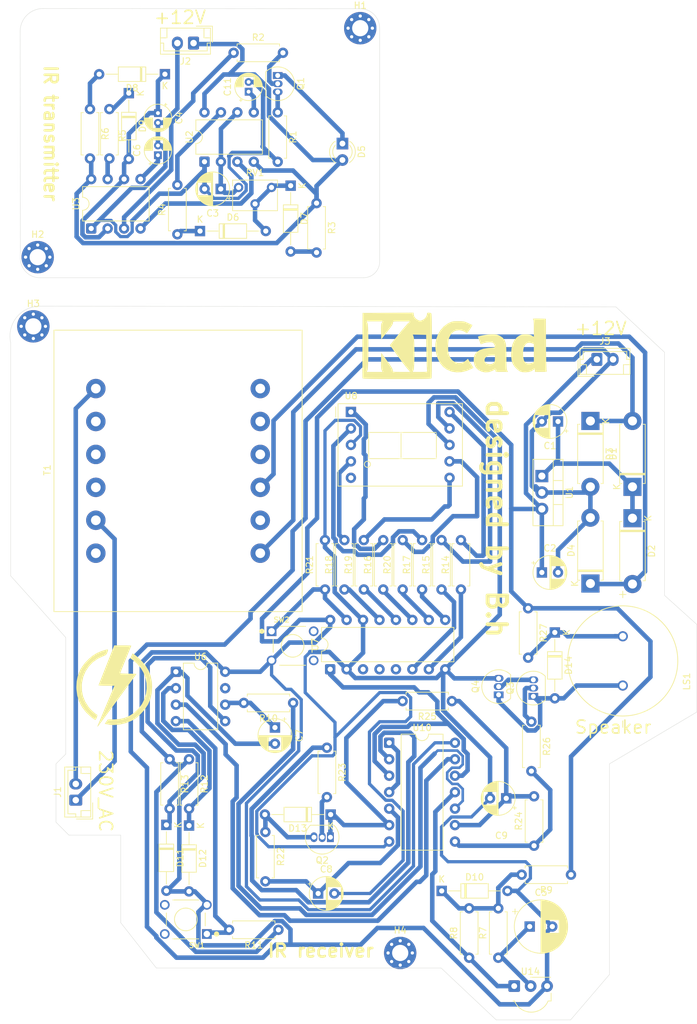
<source format=kicad_pcb>
(kicad_pcb (version 20241229) (generator "pcbnew") (generator_version "9.0")
  (layers (0 "F.Cu" signal) (2 "B.Cu" signal) (13 "F.Paste" user) (15 "B.Paste" user) (5 "F.SilkS" user "F.Silkscreen") (7 "B.SilkS" user "B.Silkscreen") (1 "F.Mask" user) (3 "B.Mask" user) (25 "Edge.Cuts" user))
  (net 0 "")
  (net 1 "Net-(D1-K)")
  (net 2 "Net-(D1-A)")
  (net 3 "Net-(D2-A)")
  (net 4 "GND")
  (net 5 "+12V")
  (net 6 "Net-(D5-K)")
  (net 7 "Net-(D10-K)")
  (net 8 "Net-(D11-K)")
  (net 9 "Net-(D12-K)")
  (net 10 "Net-(D13-K)")
  (net 11 "Net-(D13-A)")
  (net 12 "Net-(D14-K)")
  (net 13 "Net-(D14-A)")
  (net 14 "Net-(U2-Q)")
  (net 15 "Net-(U2-CV)")
  (net 16 "Net-(U2-THR)")
  (net 17 "Net-(U2-DIS)")
  (net 18 "Net-(D8-K)")
  (net 19 "Net-(U3-CV)")
  (net 20 "Net-(U3-Q)")
  (net 21 "Net-(U3-DIS)")
  (net 22 "output signal")
  (net 23 "Net-(U6-Q)")
  (net 25 "Net-(U6-THR)")
  (net 26 "Net-(SW1A-C)")
  (net 27 "Net-(U7-f)")
  (net 28 "Net-(U7-a)")
  (net 29 "output alarm strating signal")
  (net 30 "Net-(U7-b)")
  (net 31 "Net-(SW2A-C)")
  (net 32 "Net-(U7-c)")
  (net 35 "Net-(U7-e)")
  (net 37 "Net-(U7-d)")
  (net 38 "Net-(U7-g)")
  (net 39 "Net-(U8-E)")
  (net 40 "Net-(U8-B)")
  (net 41 "Net-(U8-D)")
  (net 42 "Net-(U8-C)")
  (net 43 "Net-(U8-G)")
  (net 45 "Net-(U8-A)")
  (net 46 "Net-(U8-F)")
  (net 47 "Net-(U10-Pad1)")
  (net 48 "Net-(R23-Pad1)")
  (net 49 "Net-(C8-Pad1)")
  (net 50 "Net-(U14-Vs)")
  (net 51 "Net-(R10-Pad1)")
  (net 52 "Net-(R24-Pad1)")
  (net 53 "Net-(C9-Pad1)")
  (net 54 "Net-(Q1-B)")
  (net 55 "Net-(Q1-E)")
  (net 56 "Net-(Q2-B)")
  (net 57 "Net-(Q3-B)")
  (net 58 "Net-(Q3-E)")
  (net 59 "Net-(D7-A)")
  (net 60 "Net-(D6-K)")
  (net 61 "Net-(D9-K)")
  (net 62 "Net-(D8-A)")
  (net 63 "Net-(D6-A)")
  (net 64 "Net-(J1-Pin_1)")
  (net 65 "Net-(J1-Pin_2)")
  (net 66 "ground")
  (net 67 "+12")
  (footprint "OptoDevice:Vishay_MOLD-3Pin" (layer "F.Cu") (at 205.13 175.105)
    (property "Reference" "U14")
    (property "Value" "TSOP32S40F")
  )
  (footprint "Resistor_THT:R_Axial_DIN0207_L6.3mm_D2.5mm_P7.62mm_Horizontal" (layer "F.Cu") (at 198.17 170.73 90)
    (property "Reference" "R8")
    (property "Value" "47KR")
  )
  (footprint "Package_DIP:DIP-8_W7.62mm" (layer "F.Cu") (at 157.285 47.925 90)
    (property "Reference" "U2")
    (property "Value" "NE555D")
  )
  (footprint "Package_TO_SOT_THT:TO-220-3_Vertical" (layer "F.Cu") (at 209.4 96.42 -90)
    (property "Reference" "U1")
    (property "Value" "L7812")
  )
  (footprint "Resistor_THT:R_Axial_DIN0207_L6.3mm_D2.5mm_P7.62mm_Horizontal" (layer "F.Cu") (at 154.9 140.11 -90)
    (property "Reference" "R12")
    (property "Value" "100R")
  )
  (footprint "footprints:SW_FSM8JH" (layer "F.Cu") (at 170.9 122.61)
    (property "Reference" "SW2")
    (property "Value" "SW_Push_Dual_x2")
  )
  (footprint "Capacitor_THT:CP_Radial_D5.0mm_P2.50mm" (layer "F.Cu") (at 203.899 146.139 180)
    (property "Reference" "C9")
    (property "Value" "1nf")
  )
  (footprint "Capacitor_THT:CP_Radial_D5.0mm_P2.50mm" (layer "F.Cu") (at 174.845 160.82)
    (property "Reference" "C8")
    (property "Value" "1uf")
  )
  (footprint "Resistor_THT:R_Axial_DIN0207_L6.3mm_D2.5mm_P7.62mm_Horizontal" (layer "F.Cu") (at 176.193888 138.329 -90)
    (property "Reference" "R23")
    (property "Value" "1KR")
  )
  (footprint "Display_7Segment:D1X8K" (layer "F.Cu") (at 179.9025 86.53)
    (property "Reference" "U8")
    (property "Value" "D168K")
  )
  (footprint "Resistor_THT:R_Axial_DIN0207_L6.3mm_D2.5mm_P7.62mm_Horizontal" (layer "F.Cu") (at 166.693888 151.329 -90)
    (property "Reference" "R22")
    (property "Value" "100KR")
  )
  (footprint "Capacitor_THT:CP_Radial_D5.0mm_P2.50mm" (layer "F.Cu") (at 209.4 111.294888)
    (property "Reference" "C2")
    (property "Value" "0.1uf")
  )
  (footprint "Diode_THT:D_5W_P10.16mm_Horizontal" (layer "F.Cu") (at 223.4 102.92 -90)
    (property "Reference" "D2")
    (property "Value" "1N4148WT")
  )
  (footprint "Capacitor_THT:CP_Radial_D8.0mm_P3.50mm" (layer "F.Cu") (at 207.517349 165.92)
    (property "Reference" "C5")
    (property "Value" "47uf")
  )
  (footprint "Resistor_THT:R_Axial_DIN0207_L6.3mm_D2.5mm_P7.62mm_Horizontal" (layer "F.Cu") (at 196.9 113.92 90)
    (property "Reference" "R14")
    (property "Value" "R")
  )
  (footprint "Resistor_THT:R_Axial_DIN0207_L6.3mm_D2.5mm_P7.62mm_Horizontal" (layer "F.Cu") (at 175.9 113.92 90)
    (property "Reference" "R21")
    (property "Value" "10KR")
  )
  (footprint "Resistor_THT:R_Axial_DIN0207_L6.3mm_D2.5mm_P7.62mm_Horizontal" (layer "F.Cu") (at 208.193888 153.449 90)
    (property "Reference" "R24")
    (property "Value" "100KR")
  )
  (footprint "Diode_THT:D_DO-35_SOD27_P10.16mm_Horizontal" (layer "F.Cu") (at 151.175 34.42 180)
    (property "Reference" "D8")
    (property "Value" "D")
  )
  (footprint "Package_DIP:DIP-16_W7.62mm" (layer "F.Cu") (at 176.7 126.23 90)
    (property "Reference" "U7")
    (property "Value" "CD4033B")
  )
  (footprint "Resistor_THT:R_Axial_DIN0207_L6.3mm_D2.5mm_P7.62mm_Horizontal" (layer "F.Cu") (at 142.595 39.8 -90)
    (property "Reference" "R5")
    (property "Value" "19.6kR")
  )
  (footprint "Package_TO_SOT_THT:TO-92_Inline" (layer "F.Cu") (at 202.723888 130.169 90)
    (property "Reference" "Q4")
    (property "Value" "NPN")
  )
  (footprint "MountingHole:MountingHole_2.5mm_Pad_Via" (layer "F.Cu") (at 181.345 27.32)
    (property "Reference" "H1")
    (property "Value" "MountingHole")
  )
  (footprint "Resistor_THT:R_Axial_DIN0207_L6.3mm_D2.5mm_P7.62mm_Horizontal" (layer "F.Cu") (at 195.503888 131.139 180)
    (property "Reference" "R25")
    (property "Value" "10KR")
  )
  (footprint "MountingHole:MountingHole_2.5mm_Pad_Via" (layer "F.Cu") (at 187.519175 169.994175)
    (property "Reference" "H4")
    (property "Value" "MountingHole")
  )
  (footprint "Diode_THT:D_DO-35_SOD27_P10.16mm_Horizontal" (layer "F.Cu") (at 211.4 120.549 -90)
    (property "Reference" "D14")
    (property "Value" "1N4148WT")
  )
  (footprint "Resistor_THT:R_Axial_DIN0207_L6.3mm_D2.5mm_P7.62mm_Horizontal" (layer "F.Cu") (at 170.98 131.42 180)
    (property "Reference" "R10")
    (property "Value" "4KR")
  )
  (footprint "Package_DIP:DIP-14_W10.16mm" (layer "F.Cu") (at 185.819 137.569)
    (property "Reference" "U10")
    (property "Value" "40106")
  )
  (footprint "Resistor_THT:R_Axial_DIN0207_L6.3mm_D2.5mm_P7.62mm_Horizontal" (layer "F.Cu") (at 168.71 166.42 180)
    (property "Reference" "R11")
    (property "Value" "10KR")
  )
  (footprint "Diode_THT:D_DO-35_SOD27_P10.16mm_Horizontal" (layer "F.Cu") (at 176.773888 148.639 180)
    (property "Reference" "D13")
    (property "Value" "1N4148WT")
  )
  (footprint "Resistor_THT:R_Axial_DIN0207_L6.3mm_D2.5mm_P7.62mm_Horizontal" (layer "F.Cu") (at 151.9 140.11 -90)
    (property "Reference" "R13")
    (property "Value" "100R")
  )
  (footprint "Package_DIP:DIP-8_W7.62mm" (layer "F.Cu") (at 139.785 58.225 90)
    (property "Reference" "U3")
    (property "Value" "NE555D")
  )
  (footprint "LED_THT:LED_D3.0mm_IRBlack" (layer "F.Cu") (at 178.595 45.12 -90)
    (property "Reference" "D5")
    (property "Value" "TSAL4400")
  )
  (footprint "Package_TO_SOT_THT:TO-92_Inline" (layer "F.Cu") (at 176.733888 152.139 180)
    (property "Reference" "Q2")
    (property "Value" "NPN")
  )
  (footprint "Capacitor_THT:CP_Radial_D5.0mm_P2.50mm" (layer "F.Cu") (at 211.9 88 180)
    (property "Reference" "C1")
    (property "Value" "0.33uf")
  )
  (footprint "Diode_THT:D_DO-35_SOD27_P10.16mm_Horizontal" (layer "F.Cu") (at 151.4 150.24 -90)
    (property "Reference" "D11")
    (property "Value" "BZV55B3V9")
  )
  (footprint "Diode_THT:D_DO-35_SOD27_P10.16mm_Horizontal" (layer "F.Cu") (at 145.595 37.34 -90)
    (property "Reference" "D9")
    (property "Value" "D")
  )
  (footprint "LOGO" (layer "F.Cu") (at 143.345 128.82)
    (property "Reference" "G***" (hide yes))
    (property "Value" "LOGO" (hide yes))
  )
  (footprint "LOGO" (layer "F.Cu") (at 195.845 75.82)
    (property "Reference" "G***" (hide yes))
    (property "Value" "LOGO" (hide yes))
  )
  (footprint "Resistor_THT:R_Axial_DIN0207_L6.3mm_D2.5mm_P7.62mm_Horizontal" (layer "F.Cu") (at 168.595 40.31 -90)
    (property "Reference" "R1")
    (property "Value" "100R")
  )
  (footprint "Capacitor_THT:CP_Radial_D5.0mm_P2.50mm" (layer "F.Cu") (at 159.800113 52.12 180)
    (property "Reference" "C3")
    (property "Value" "100nF")
  )
  (footprint "Diode_THT:D_5W_P10.16mm_Horizontal" (layer "F.Cu") (at 216.9 113 90)
    (property "Reference" "D4")
    (property "Value" "1N4148WT")
  )
  (footprint "Package_TO_SOT_THT:TO-92_Inline" (layer "F.Cu") (at 208.083888 130.399 90)
    (property "Reference" "Q3")
    (property "Value" "NPN")
  )
  (footprint "Diode_THT:D_DO-35_SOD27_P10.16mm_Horizontal" (layer "F.Cu") (at 170.595 51.62 -90)
    (property "Reference" "D7")
    (property "Value" "D")
  )
  (footprint "Resistor_THT:R_Axial_DIN0207_L6.3mm_D2.5mm_P7.62mm_Horizontal" (layer "F.Cu") (at 153.095 59.12 90)
    (property "Reference" "R4")
    (property "Value" "1KR")
  )
  (footprint "Resistor_THT:R_Axial_DIN0207_L6.3mm_D2.5mm_P7.62mm_Horizontal" (layer "F.Cu") (at 184.9 113.92 90)
    (property "Reference" "R16")
    (property "Value" "R")
  )
  (footprint "Package_DIP:DIP-8_W7.62mm" (layer "F.Cu") (at 152.865 126.61)
    (property "Reference" "U6")
    (property "Value" "NE555D")
  )
  (footprint "Capacitor_THT:CP_Radial_D4.0mm_P1.50mm" (layer "F.Cu") (at 164.095 37.12 90)
    (property "Reference" "C11")
    (property "Value" "0.01u")
  )
  (footprint "Resistor_THT:R_Axial_DIN0207_L6.3mm_D2.5mm_P7.62mm_Horizontal" (layer "F.Cu") (at 174.595 54.31 -90)
    (property "Reference" "R3")
    (property "Value" "1KR")
  )
  (footprint "Capacitor_THT:CP_Radial_D4.0mm_P1.50mm" (layer "F.Cu") (at 150.095 46.92 90)
    (property "Reference" "C6")
    (property "Value" "0.01u")
  )
  (footprint "Resistor_THT:R_Axial_DIN0207_L6.3mm_D2.5mm_P7.62mm_Horizontal" (layer "F.Cu") (at 193.9 113.92 90)
    (property "Reference" "R15")
    (property "Value" "R")
  )
  (footprint "Capacitor_THT:CP_Radial_D4.0mm_P1.50mm" (layer "F.Cu") (at 150.095 40.42 -90)
    (property "Reference" "C4")
    (property "Value" "1nF")
  )
  (footprint "Connector_JST:JST_EH_B2B-EH-A_1x02_P2.50mm_Vertical" (layer "F.Cu") (at 137.4 146.42 90)
    (property "Reference" "J1")
    (property "Value" "Conn_01x02_Pin")
  )
  (footprint "Resistor_THT:R_Axial_DIN0207_L6.3mm_D2.5mm_P7.62mm_Horizontal" (layer "F.Cu") (at 213.9 157.92 180)
    (property "Reference" "R9")
    (property "Value" "4.7KR")
  )
  (footprint "Connector_JST:JST_EH_B2B-EH-A_1x02_P2.50mm_Vertical" (layer "F.Cu") (at 155.595 29.62 180)
    (property "Reference" "J2")
    (property "Value" "Conn_01x02_Pin")
  )
  (footprint "Connector_JST:JST_EH_B2B-EH-A_1x02_P2.50mm_Vertical" (layer "F.Cu") (at 217.9 78.42)
    (property "Reference" "J3")
    (property "Value" "Conn_01x02_Pin")
  )
  (footprint "Resistor_THT:R_Axial_DIN0207_L6.3mm_D2.5mm_P7.62mm_Horizontal" (layer "F.Cu") (at 178.9 113.92 90)
    (property "Reference" "R18")
    (property "Value" "R")
  )
  (footprint "Resistor_THT:R_Axial_DIN0207_L6.3mm_D2.5mm_P7.62mm_Horizontal" (layer "F.Cu") (at 190.9 113.92 90)
    (property "Reference" "R17")
    (property "Value" "R")
  )
  (footprint "footprints:SPKR_AST-1732MR-R" (layer "F.Cu") (at 221.9 124.939 -90)
    (property "Reference" "LS1")
    (property "Value" "AST-1732MR-R")
  )
  (footprint "Diode_THT:D_DO-35_SOD27_P10.16mm_Horizontal" (layer "F.Cu") (at 154.9 150.34 -90)
    (property "Reference" "D12")
    (property "Value" "BZV55B3V3")
  )
  (footprint "Transformer_THT:Transformer_37x44" (layer "F.Cu") (at 140.5 103.24 90)
    (property "Reference" "T1")
    (property "Value" "Transformer_1P_1S")
  )
  (footprint "Resistor_THT:R_Axial_DIN0207_L6.3mm_D2.5mm_P7.62mm_Horizontal" (layer "F.Cu") (at 187.9 113.92 90)
    (property "Reference" "R20")
    (property "Value" "R")
  )
  (footprint "Potentiometer_THT:Potentiometer_Bourns_3266W_Vertical" (layer "F.Cu") (at 167.635 51.89)
    (property "Reference" "RV1")
    (property "Value" "100KR")
  )
  (footprint "Diode_THT:D_DO-35_SOD27_P10.16mm_Horizontal" (layer "F.Cu") (at 193.93 160.42)
    (property "Reference" "D10")
    (property "Value" "BZV55B5V1")
  )
  (footprint "Package_TO_SOT_THT:TO-92_Inline" (layer "F.Cu") (at 168.595 34.62 -90)
    (property "Reference" "Q1")
    (property "Value" "NPN")
  )
  (footprint "Resistor_THT:R_Axial_DIN0207_L6.3mm_D2.5mm_P7.62mm_Horizontal" (layer "F.Cu") (at 181.9 113.92 90)
    (property "Reference" "R19")
    (property "Value" "R")
  )
  (footprint "MountingHole:MountingHole_2.5mm_Pad_Via" (layer "F.Cu") (at 130.845 73.32)
    (property "Reference" "H3")
    (property "Value" "MountingHole")
  )
  (footprint "Diode_THT:D_DO-35_SOD27_P10.16mm_Horizontal" (layer "F.Cu") (at 156.595 58.62)
    (property "Reference" "D6")
    (property "Value" "D")
  )
  (footprint "Resistor_THT:R_Axial_DIN0207_L6.3mm_D2.5mm_P7.62mm_Horizontal" (layer "F.Cu") (at 139.595 39.8 -90)
    (property "Reference" "R6")
    (property "Value" "19.6kR")
  )
  (footprint "Resistor_THT:R_Axial_DIN0207_L6.3mm_D2.5mm_P7.62mm_Horizontal" (layer "F.Cu") (at 202.67 170.73 90)
    (property "Reference" "R7")
    (property "Value" "47R")
  )
  (footprint "Capacitor_THT:CP_Radial_D5.0mm_P2.50mm" (layer "F.Cu") (at 168.17 135.214888 -90)
    (property "Reference" "C7")
    (property "Value" "100nf")
  )
  (footprint "MountingHole:MountingHole_2.5mm_Pad_Via" (layer "F.Cu") (at 131.519175 62.645825)
    (property "Reference" "H2")
    (property "Value" "MountingHole")
  )
  (footprint "Resistor_THT:R_Axial_DIN0207_L6.3mm_D2.5mm_P7.62mm_Horizontal" (layer "F.Cu") (at 207.783888 134.319 -90)
    (property "Reference" "R26")
    (property "Value" "1KR")
  )
  (footprint "footprints:SW_FSM8JH" (layer "F.Cu") (at 154.4 164.82 180)
    (property "Reference" "SW1")
    (property "Value" "SW_Push_Dual_x2")
  )
  (footprint "Diode_THT:D_5W_P10.16mm_Horizontal" (layer "F.Cu") (at 216.9 87.92 -90)
    (property "Reference" "D3")
    (property "Value" "1N4148WT")
  )
  (footprint "Resistor_THT:R_Axial_DIN0207_L6.3mm_D2.5mm_P7.62mm_Horizontal" (layer "F.Cu") (at 161.785 31.12)
    (property "Reference" "R2")
    (property "Value" "8KR")
  )
  (footprint "Resistor_THT:R_Axial_DIN0207_L6.3mm_D2.5mm_P7.62mm_Horizontal" (layer "F.Cu") (at 207.283888 116.819 -90)
    (property "Reference" "R27")
    (property "Value" "1KR")
  )
  (footprint "Diode_THT:D_5W_P10.16mm_Horizontal" (layer "F.Cu") (at 223.4 98.08 90)
    (property "Reference" "D1")
    (property "Value" "1N4148WT")
  )
  (gr_arc (start 181.345 24.32) (mid 183.46632 25.19868) (end 184.345 27.32) (stroke (width 0.05)) (layer "Edge.Cuts"))
  (gr_line (start 219.845 173.32) (end 213.845 180.32) (stroke (width 0.05)) (layer "Edge.Cuts"))
  (gr_line (start 228.345 114.82) (end 233.345 119.32) (stroke (width 0.05)) (layer "Edge.Cuts"))
  (gr_line (start 134.345 140.82) (end 135.845 139.32) (stroke (width 0.05)) (layer "Edge.Cuts"))
  (gr_line (start 131.845 116.82) (end 127.345 111.82) (stroke (width 0.05)) (layer "Edge.Cuts"))
  (gr_line (start 228.345 77.32) (end 228.345 114.82) (stroke (width 0.05)) (layer "Edge.Cuts"))
  (gr_line (start 136.345 151.82) (end 134.345 149.82) (stroke (width 0.05)) (layer "Edge.Cuts"))
  (gr_line (start 213.845 180.32) (end 202.345 180.32) (stroke (width 0.05)) (layer "Edge.Cuts"))
  (gr_line (start 193.845 172.32) (end 149.845 172.32) (stroke (width 0.05)) (layer "Edge.Cuts"))
  (gr_arc (start 184.345 63.32) (mid 184.216708 64.110569) (end 183.845 64.82) (stroke (width 0.05)) (layer "Edge.Cuts"))
  (gr_arc (start 183.845 64.82) (mid 182.963034 65.556068) (end 181.845 65.82) (stroke (width 0.05)) (layer "Edge.Cuts"))
  (gr_line (start 233.345 119.32) (end 233.345 132.82) (stroke (width 0.05)) (layer "Edge.Cuts"))
  (gr_line (start 181.845 65.82) (end 131.845 65.82) (stroke (width 0.05)) (layer "Edge.Cuts"))
  (gr_line (start 184.345 63.32) (end 184.345 27.32) (stroke (width 0.05)) (layer "Edge.Cuts"))
  (gr_line (start 134.345 149.82) (end 134.345 140.82) (stroke (width 0.05)) (layer "Edge.Cuts"))
  (gr_line (start 128.809466 27.82) (end 128.845 62.82) (stroke (width 0.05)) (layer "Edge.Cuts"))
  (gr_line (start 132.345 24.284466) (end 181.345 24.32) (stroke (width 0.05)) (layer "Edge.Cuts"))
  (gr_line (start 135.845 121.32) (end 131.845 116.82) (stroke (width 0.05)) (layer "Edge.Cuts"))
  (gr_line (start 127.345 111.82) (end 127.345 75.82) (stroke (width 0.05)) (layer "Edge.Cuts"))
  (gr_arc (start 127.345 75.82) (mid 128.249185 71.935539) (end 131.845 70.210228) (stroke (width 0.05)) (layer "Edge.Cuts"))
  (gr_line (start 220.845 70.32) (end 228.345 77.32) (stroke (width 0.05)) (layer "Edge.Cuts"))
  (gr_arc (start 131.845 65.82) (mid 129.72368 64.94132) (end 128.845 62.82) (stroke (width 0.05)) (layer "Edge.Cuts"))
  (gr_line (start 233.345 132.82) (end 219.845 140.82) (stroke (width 0.05)) (layer "Edge.Cuts"))
  (gr_line (start 144.345 165.32) (end 144.345 151.82) (stroke (width 0.05)) (layer "Edge.Cuts"))
  (gr_line (start 131.845 70.210228) (end 220.845 70.32) (stroke (width 0.05)) (layer "Edge.Cuts"))
  (gr_line (start 144.345 151.82) (end 136.345 151.82) (stroke (width 0.05)) (layer "Edge.Cuts"))
  (gr_line (start 149.845 172.32) (end 144.345 165.32) (stroke (width 0.05)) (layer "Edge.Cuts"))
  (gr_arc (start 128.809466 27.82) (mid 129.845 25.32) (end 132.345 24.284466) (stroke (width 0.05)) (layer "Edge.Cuts"))
  (gr_line (start 219.845 140.82) (end 219.845 173.32) (stroke (width 0.05)) (layer "Edge.Cuts"))
  (gr_line (start 135.845 139.32) (end 135.845 121.32) (stroke (width 0.05)) (layer "Edge.Cuts"))
  (gr_line (start 202.345 180.32) (end 193.845 172.32) (stroke (width 0.05)) (layer "Edge.Cuts"))
  (gr_text "+12V" (at 214.345 74.82 0) (layer "F.SilkS") (effects (font (size 2 2) (thickness 0.25)) (justify left bottom)))
  (gr_text "+12V" (at 149.345 26.82 0) (layer "F.SilkS") (effects (font (size 2 2) (thickness 0.25)) (justify left bottom)))
  (gr_text "IR transmitter" (at 132.345 32.82 270) (layer "F.SilkS") (effects (font (size 2 2) (thickness 0.4) (bold yes)) (justify left bottom)))
  (gr_text "Speaker" (at 214.345 136.32 0) (layer "F.SilkS") (effects (font (size 2 2) (thickness 0.25)) (justify left bottom)))
  (gr_text "230V_AC" (at 140.841119 138.510851 270) (layer "F.SilkS") (effects (font (size 2 2) (thickness 0.25)) (justify left bottom)))
  (gr_text "IR receiver" (at 166.845 170.82 0) (layer "F.SilkS") (effects (font (size 2 2) (thickness 0.4) (bold yes)) (justify left bottom)))
  (gr_text "designed by B.h" (at 200.623857 84.32 270) (layer "F.SilkS") (effects (font (size 3 3) (thickness 0.6) (bold yes)) (justify left bottom)))
  (segment (start 223.4 98.08) (end 223.4 102.92) (width 0.7) (layer "B.Cu") (net 1))
  (segment (start 219.82 94.5) (end 211.32 94.5) (width 0.7) (layer "B.Cu") (net 1))
  (segment (start 211.9 88) (end 211.9 93.92) (width 0.7) (layer "B.Cu") (net 1))
  (segment (start 211.32 94.5) (end 209.4 96.42) (width 0.7) (layer "B.Cu") (net 1))
  (segment (start 223.4 98.08) (end 219.82 94.5) (width 0.7) (layer "B.Cu") (net 1))
  (segment (start 211.9 93.92) (end 209.4 96.42) (width 0.7) (layer "B.Cu") (net 1))
  (segment (start 223.4 87.92) (end 216.9 87.92) (width 0.7) (layer "B.Cu") (net 2))
  (segment (start 223.4 78.147208) (end 223.4 87.92) (width 0.7) (layer "B.Cu") (net 2))
  (segment (start 221.221792 75.969) (end 223.4 78.147208) (width 0.7) (layer "B.Cu") (net 2))
  (segment (start 165.9 108.32) (end 171 103.22) (width 0.7) (layer "B.Cu") (net 2))
  (segment (start 171 103.22) (end 171 86.547208) (width 0.7) (layer "B.Cu") (net 2))
  (segment (start 214.678208 76.869) (end 215.578208 75.969) (width 0.7) (layer "B.Cu") (net 2))
  (segment (start 171 86.547208) (end 180.678208 76.869) (width 0.7) (layer "B.Cu") (net 2))
  (segment (start 215.578208 75.969) (end 221.221792 75.969) (width 0.7) (layer "B.Cu") (net 2))
  (segment (start 180.678208 76.869) (end 214.678208 76.869) (width 0.7) (layer "B.Cu") (net 2))
  (segment (start 225.351 77.371) (end 222.9 74.92) (width 0.7) (layer "B.Cu") (net 3))
  (segment (start 180.9 74.92) (end 167.951 87.869) (width 0.7) (layer "B.Cu") (net 3))
  (segment (start 225.351 111.129) (end 225.351 77.371) (width 0.7) (layer "B.Cu") (net 3))
  (segment (start 225.351 77.371) (end 223.15 75.17) (width 0.7) (layer "B.Cu") (net 3))
  (segment (start 216.98 113.08) (end 216.9 113) (width 0.7) (layer "B.Cu") (net 3))
  (segment (start 222.9 74.92) (end 180.9 74.92) (width 0.7) (layer "B.Cu") (net 3))
  (segment (start 223.4 113.08) (end 225.351 111.129) (width 0.7) (layer "B.Cu") (net 3))
  (segment (start 167.951 87.869) (end 167.951 96.109) (width 0.7) (layer "B.Cu") (net 3))
  (segment (start 225.351 77.371) (end 224.9 76.92) (width 0.7) (layer "B.Cu") (net 3))
  (segment (start 223.4 113.08) (end 216.98 113.08) (width 0.7) (layer "B.Cu") (net 3))
  (segment (start 167.951 96.109) (end 165.9 98.16) (width 0.7) (layer "B.Cu") (net 3))
  (segment (start 180.591 127.581) (end 179.24 126.23) (width 0.7) (layer "B.Cu") (net 4))
  (segment (start 210.751 86.649) (end 209.4 88) (width 0.7) (layer "B.Cu") (net 4))
  (segment (start 201.399 146.139) (end 201.399 139.802777) (width 0.7) (layer "B.Cu") (net 4))
  (segment (start 202.9 117.81) (end 194.48 126.23) (width 0.7) (layer "B.Cu") (net 4))
  (segment (start 172.9 87.92) (end 172.9 102.92) (width 0.7) (layer "B.Cu") (net 4))
  (segment (start 150.013001 134.561396) (end 153.308605 137.857) (width 0.7) (layer "B.Cu") (net 4))
  (segment (start 185.819 152.809) (end 185.019001 153.608999) (width 0.5) (layer "B.Cu") (net 4))
  (segment (start 193.129 127.581) (end 180.591 127.581) (width 0.7) (layer "B.Cu") (net 4))
  (segment (start 155.830395 137.857) (end 157.151 139.177605) (width 0.7) (layer "B.Cu") (net 4))
  (segment (start 209.4 88) (end 207.849 89.551) (width 0.7) (layer "B.Cu") (net 4))
  (segment (start 168.17 137.714888) (end 162.059285 137.714888) (width 0.7) (layer "B.Cu") (net 4))
  (segment (start 176.57 123.56) (end 179.24 126.23) (width 0.7) (layer "B.Cu") (net 4))
  (segment (start 187.97 148.110818) (end 186.299182 146.44) (width 0.5) (layer "B.Cu") (net 4))
  (segment (start 207.631 156.651) (end 206.9 155.92) (width 0.5) (layer "B.Cu") (net 4))
  (segment (start 183.994981 166.140603) (end 191.120603 166.140603) (width 0.7) (layer "B.Cu") (net 4))
  (segment (start 188.345 129.82) (end 184.345 129.82) (width 0.5) (layer "B.Cu") (net 4))
  (segment (start 180.420682 87.819) (end 181.4 88.798318) (width 0.5) (layer "B.Cu") (net 4))
  (segment (start 170.566126 168.555874) (end 170.566126 166.365523) (width 0.7) (layer "B.Cu") (net 4))
  (segment (start 206.9 155.92) (end 194.9 155.92) (width 0.5) (layer "B.Cu") (net 4))
  (segment (start 177.501 87.819) (end 180.420682 87.819) (width 0.5) (layer "B.Cu") (net 4))
  (segment (start 208.8855 98.96) (end 209.4 98.96) (width 0.7) (layer "B.Cu") (net 4))
  (segment (start 153.4 146.42) (end 153.4 158.5) (width 0.7) (layer "B.Cu") (net 4))
  (segment (start 211.017349 165.92) (end 205.517349 160.42) (width 0.7) (layer "B.Cu") (net 4))
  (segment (start 169.269603 165.069) (end 168.150397 165.069) (width 0.7) (layer "B.Cu") (net 4))
  (segment (start 218.849 76.869) (end 215.951 76.869) (width 0.7) (layer "B.Cu") (net 4))
  (segment (start 181.679397 118.61) (end 181.78 118.61) (width 0.7) (layer "B.Cu") (net 4))
  (segment (start 177.345 160.82) (end 182.845 160.82) (width 0.5) (layer "B.Cu") (net 4))
  (segment (start 165.445 151.849294) (end 165.445 151.657259) (width 0.5) (layer "B.Cu") (net 4))
  (segment (start 153.665 126.61) (end 152.865 126.61) (width 0.7) (layer "B.Cu") (net 4))
  (segment (start 168.320603 168.72) (end 181.415584 168.72) (width 0.7) (layer "B.Cu") (net 4))
  (segment (start 157.151 142.669) (end 153.4 146.42) (width 0.7) (layer "B.Cu") (net 4))
  (segment (start 177.4 114.330603) (end 181.679397 118.61) (width 0.7) (layer "B.Cu") (net 4))
  (segment (start 185.300818 146.44) (end 182.768 143.907182) (width 0.5) (layer "B.Cu") (net 4))
  (segment (start 181.415584 168.72) (end 183.994981 166.140603) (width 0.7) (layer "B.Cu") (net 4))
  (segment (start 193.9 150.5542) (end 195.4362 149.018) (width 0.5) (layer "B.Cu") (net 4))
  (segment (start 208.44 98) (end 209.4 98.96) (width 0.7) (layer "B.Cu") (net 4))
  (segment (start 220.4 78.42) (end 218.849 76.869) (width 0.7) (layer "B.Cu") (net 4))
  (segment (start 152.865 126.61) (end 150.013001 129.461999) (width 0.7) (layer "B.Cu") (net 4))
  (segment (start 177.085 139.58) (end 177.444888 139.220112) (width 0.5) (layer "B.Cu") (net 4))
  (segment (start 165.445 151.657259) (end 165.363888 151.576146) (width 0.5) (layer "B.Cu") (net 4))
  (segment (start 177.4 108.93137) (end 177.4 114.330603) (width 0.7) (layer "B.Cu") (net 4))
  (segment (start 153.308605 137.857) (end 155.830395 137.857) (width 0.7) (layer "B.Cu") (net 4))
  (segment (start 211.9 111.294888) (end 211.9 107.84) (width 0.7) (layer "B.Cu") (net 4))
  (segment (start 154.65 127.595) (end 153.665 126.61) (width 0.7) (layer "B.Cu") (net 4))
  (segment (start 195.4362 149.018) (end 198.52 149.018) (width 0.5) (layer "B.Cu") (net 4))
  (segment (start 172.845 124.326522) (end 173.611522 123.56) (width 0.5) (layer "B.Cu") (net 4))
  (segment (start 182.4 78.42) (end 172.9 87.92) (width 0.7) (layer "B.Cu") (net 4))
  (segment (start 164.4 118.42) (end 160.4 122.42) (width 0.7) (layer "B.Cu") (net 4))
  (segment (start 182.768 143.907182) (end 182.768 135.897) (width 0.5) (layer "B.Cu") (net 4))
  (segment (start 145.9 138.92) (end 148.4 141.42) (width 0.7) (layer "B.Cu") (net 4))
  (segment (start 195.1425 91.61) (end 191.9 88.3675) (width 0.7) (layer "B.Cu") (net 4))
  (segment (start 175.9 106.3) (end 175.9 107.43137) (width 0.7) (layer "B.Cu") (net 4))
  (segment (start 177.444888 136.720112) (end 177.444888 134.419888) (width 0.5) (layer "B.Cu") (net 4))
  (segment (start 216.02 98.96) (end 216.9 98.08) (width 0.7) (layer "B.Cu") (net 4))
  (segment (start 207.849 89.551) (end 207.849 97.9235) (width 0.7) (layer "B.Cu") (net 4))
  (segment (start 191.9 85.11) (end 192.731 84.279) (width 0.7) (layer "B.Cu") (net 4))
  (segment (start 188.345 134.32) (end 189.134888 133.530112) (width 0.5) (layer "B.Cu") (net 4))
  (segment (start 182.768 135.897) (end 184.345 134.32) (width 0.5) (layer "B.Cu") (net 4))
  (segment (start 151.4 160.5) (end 154.9 160.5) (width 0.7) (layer "B.Cu") (net 4))
  (segment (start 195.879 127.629) (end 194.48 126.23) (width 0.7) (layer "B.Cu") (net 4))
  (segment (start 157.151 139.177605) (end 157.151 142.669) (width 0.7) (layer "B.Cu") (net 4))
  (segment (start 172.9 102.92) (end 170.9 104.92) (width 0.7) (layer "B.Cu") (net 4))
  (segment (start 175.9 107.43137) (end 177.4 108.93137) (width 0.7) (layer "B.Cu") (net 4))
  (segment (start 177.444888 136.720112) (end 184.345 129.82) (width 0.5) (layer "B.Cu") (net 4))
  (segment (start 210.21 175.105) (end 210.21 166.727349) (width 0.7) (layer "B.Cu") (net 4))
  (segment (start 181.4 90.1125) (end 179.9025 91.61) (width 0.5) (layer "B.Cu") (net 4))
  (segment (start 165.363888 148.121234) (end 173.905122 139.58) (width 0.5) (layer "B.Cu") (net 4))
  (segment (start 166.320603 170.72) (end 168.320603 168.72) (width 0.7) (layer "B.Cu") (net 4))
  (segment (start 164.4 117.42) (end 164.4 118.42) (width 0.7) (layer "B.Cu") (net 4))
  (segment (start 194.152888 132.556665) (end 194.152888 126.557112) (width 0.7) (layer "B.Cu") (net 4))
  (segment (start 160.4 122.42) (end 148.4 122.42) (width 0.7) (layer "B.Cu") (net 4))
  (segment (start 148.4 141.42) (end 148.4 165.947478) (width 0.7) (layer "B.Cu") (net 4))
  (segment (start 192.731 84.279) (end 196.074895 84.279) (width 0.7) (layer "B.Cu") (net 4))
  (segment (start 187.97 155.695) (end 187.97 148.110818) (width 0.5) (layer "B.Cu") (net 4))
  (segment (start 154.65 130.305603) (end 154.65 127.595) (width 0.7) (layer "B.Cu") (net 4))
  (segment (start 209.4 98.96) (end 216.02 98.96) (width 0.7) (layer "B.Cu") (net 4))
  (segment (start 165.363888 151.576146) (end 165.363888 148.121234) (width 0.5) (layer "B.Cu") (net 4))
  (segment (start 189.134888 130.609888) (end 188.345 129.82) (width 0.5) (layer "B.Cu") (net 4))
  (segment (start 153.4 158.5) (end 151.4 160.5) (width 0.7) (layer "B.Cu") (net 4))
  (segment (start 186.299182 146.44) (end 185.300818 146.44) (width 0.5) (layer "B.Cu") (net 4))
  (segment (start 205.517349 160.42) (end 204.09 160.42) (width 0.7) (layer "B.Cu") (net 4))
  (segment (start 185.019001 153.608999) (end 167.204705 153.608999) (width 0.5) (layer "B.Cu") (net 4))
  (segment (start 194.48 126.23) (end 193.129 127.581) (width 0.7) (layer "B.Cu") (net 4))
  (segment (start 196.074895 84.279) (end 202.9 91.104105) (width 0.7) (layer "B.Cu") (net 4))
  (segment (start 202.723888 127.629) (end 195.879 127.629) (width 0.7) (layer "B.Cu") (net 4))
  (segment (start 202.9 91.104105) (end 202.9 117.81) (width 0.7) (layer "B.Cu") (net 4))
  (segment (start 207.395 177.92) (end 210.21 175.105) (width 0.7) (layer "B.Cu") (net 4))
  (segment (start 181.78 123.69) (end 179.24 126.23) (width 0.7) (layer "B.Cu") (net 4))
  (segment (start 177.444888 134.419888) (end 172.845 129.82) (width 0.5) (layer "B.Cu") (net 4))
  (segment (start 194.9 155.92) (end 193.9 154.92) (width 0.5) (layer "B.Cu") (net 4))
  (segment (start 207.631 158.479603) (end 207.631 156.651) (width 0.5) (layer "B.Cu") (net 4))
  (segment (start 157.65 162.359) (end 155.791 160.5) (width 0.7) (layer "B.Cu") (net 4))
  (segment (start 207.849 97.9235) (end 208.8855 98.96) (width 0.7) (layer "B.Cu") (net 4))
  (segment (start 170.566126 166.365523) (end 169.269603 165.069) (width 0.7) (layer "B.Cu") (net 4))
  (segment (start 156.35 168.82) (end 156.35 163.659) (width 0.7) (layer "B.Cu") (net 4))
  (segment (start 168.150397 165.069) (end 164.399397 168.82) (width 0.7) (layer "B.Cu") (net 4))
  (segment (start 181.78 118.61) (end 181.78 123.69) (width 0.7) (layer "B.Cu") (net 4))
  (segment (start 205.690603 160.42) (end 207.631 158.479603) (width 0.5) (layer "B.Cu") (net 4))
  (segment (start 198.52 149.018) (end 201.399 146.139) (width 0.5) (layer "B.Cu") (net 4))
  (segment (start 149.85 167.397478) (end 149.85 167.608478) (width 0.7) (layer "B.Cu") (net 4))
  (segment (start 201.399 139.802777) (end 194.152888 132.556665) (width 0.7) (layer "B.Cu") (net 4))
  (segment (start 216.9 98.08) (end 216.9 102.84) (width 0.7) (layer "B.Cu") (net 4))
  (segment (start 220.4 78.42) (end 212.171 86.649) (width 0.7) (layer "B.Cu") (net 4))
  (segment (start 173.611522 123.56) (end 176.57 123.56) (width 0.7) (layer "B.Cu") (net 4))
  (segment (start 191.120603 166.140603) (end 202.9 177.92) (width 0.7) (layer "B.Cu") (net 4))
  (segment (start 167.204705 153.608999) (end 165.445 151.849294) (width 0.5) (layer "B.Cu") (net 4))
  (segment (start 211.9 107.84) (end 216.9 102.84) (width 0.7) (layer "B.Cu") (net 4))
  (segment (start 175.9 89.42) (end 177.501 87.819) (width 0.5) (layer "B.Cu") (net 4))
  (segment (start 212.171 86.649) (end 210.751 86.649) (width 0.7) (layer "B.Cu") (net 4))
  (segment (start 156.35 163.659) (end 157.65 162.359) (width 0.7) (layer "B.Cu") (net 4))
  (segment (start 162.059285 137.714888) (end 154.65 130.305603) (width 0.7) (layer "B.Cu") (net 4))
  (segment (start 164.399397 168.82) (end 156.35 168.82) (width 0.7) (layer "B.Cu") (net 4))
  (segment (start 155.791 160.5) (end 154.9 160.5) (width 0.7) (layer "B.Cu") (net 4))
  (segment (start 181.4 88.798318) (end 181.4 90.1125) (width 0.5) (layer "B.Cu") (net 4))
  (segment (start 202.9 177.92) (end 207.395 177.92) (width 0.7) (layer "B.Cu") (net 4))
  (segment (start 193.9 154.92) (end 193.9 150.5542) (width 0.5) (layer "B.Cu") (net 4))
  (segment (start 191.9 88.3675) (end 191.9 85.11) (width 0.7) (layer "B.Cu") (net 4))
  (segment (start 172.845 129.82) (end 172.845 124.326522) (width 0.5) (layer "B.Cu") (net 4))
  (segment (start 145.9 124.92) (end 145.9 138.92) (width 0.7) (layer "B.Cu") (net 4))
  (segment (start 173.905122 139.58) (end 177.085 139.58) (width 0.5) (layer "B.Cu") (net 4))
  (segment (start 182.845 160.82) (end 187.97 155.695) (width 0.5) (layer "B.Cu") (net 4))
  (segment (start 149.85 167.608478) (end 152.961522 170.72) (width 0.7) (layer "B.Cu") (net 4))
  (segment (start 189.134888 133.530112) (end 189.134888 130.609888) (width 0.5) (layer "B.Cu") (net 4))
  (segment (start 150.013001 129.461999) (end 150.013001 134.561396) (width 0.7) (layer "B.Cu") (net 4))
  (segment (start 175.9 106.3) (end 175.9 89.42) (width 0.5) (layer "B.Cu") (net 4))
  (segment (start 148.4 122.42) (end 145.9 124.92) (width 0.7) (layer "B.Cu") (net 4))
  (segment (start 170.9 104.92) (end 170.9 110.92) (width 0.7) (layer "B.Cu") (net 4))
  (segment (start 170.9 110.92) (end 164.4 117.42) (width 0.7) (layer "B.Cu") (net 4))
  (segment (start 215.951 76.869) (end 214.4 78.42) (width 0.7) (layer "B.Cu") (net 4))
  (segment (start 210.21 166.727349) (end 211.017349 165.92) (width 0.7) (layer "B.Cu") (net 4))
  (segment (start 214.4 78.42) (end 182.4 78.42) (width 0.7) (layer "B.Cu") (net 4))
  (segment (start 148.4 165.947478) (end 149.85 167.397478) (width 0.7) (layer "B.Cu") (net 4))
  (segment (start 184.345 134.32) (end 188.345 134.32) (width 0.5) (layer "B.Cu") (net 4))
  (segment (start 177.444888 139.220112) (end 177.444888 136.720112) (width 0.5) (layer "B.Cu") (net 4))
  (segment (start 194.152888 126.557112) (end 194.48 126.23) (width 0.7) (layer "B.Cu") (net 4))
  (segment (start 204.09 160.42) (end 205.690603 160.42) (width 0.5) (layer "B.Cu") (net 4))
  (segment (start 152.961522 170.72) (end 166.320603 170.72) (width 0.7) (layer "B.Cu") (net 4))
  (segment (start 171.846414 161.82) (end 165.845 161.82) (width 0.5) (layer "B.Cu") (net 5))
  (segment (start 204.75 101.5) (end 204.67 101.42) (width 0.7) (layer "B.Cu") (net 5))
  (segment (start 204.67 114.205112) (end 207.283888 116.819) (width 0.7) (layer "B.Cu") (net 5))
  (segment (start 171.845 138.82) (end 171.845 137.32) (width 0.5) (layer "B.Cu") (net 5))
  (segment (start 221.069 116.819) (end 226.17 121.92) (width 0.7) (layer "B.Cu") (net 5))
  (segment (start 168.69 121.92) (end 166.17 121.92) (width 0.7) (layer "B.Cu") (net 5))
  (segment (start 226.17 127.42) (end 213.9 139.69) (width 0.7) (layer "B.Cu") (net 5))
  (segment (start 172.231 130.901818) (end 170.649182 129.32) (width 0.5) (layer "B.Cu") (net 5))
  (segment (start 167.65 124.86) (end 165.9 126.61) (width 0.7) (layer "B.Cu") (net 5))
  (segment (start 155.949478 169.82) (end 149.85 163.720522) (width 0.7) (layer "B.Cu") (net 5))
  (segment (start 149.85 163.720522) (end 149.85 145.16) (width 0.7) (layer "B.Cu") (net 5))
  (segment (start 170.4 122.11) (end 167.65 124.86) (width 0.7) (layer "B.Cu") (net 5))
  (segment (start 171.845 137.32) (end 172.231 136.934) (width 0.5) (layer "B.Cu") (net 5))
  (segment (start 195.979 137.569) (end 192.888216 137.569) (width 0.5) (layer "B.Cu") (net 5))
  (segment (start 209.4 111.294888) (end 209.4 101.5) (width 0.7) (layer "B.Cu") (net 5))
  (segment (start 165.9 126.61) (end 160.485 126.61) (width 0.7) (layer "B.Cu") (net 5))
  (segment (start 151.9 140.11) (end 152.699999 140.909999) (width 0.7) (layer "B.Cu") (net 5))
  (segment (start 172 118.61) (end 168.69 121.92) (width 0.7) (layer "B.Cu") (net 5))
  (segment (start 152.699999 140.909999) (end 154.100001 140.909999) (width 0.7) (layer "B.Cu") (net 5))
  (segment (start 176.7 118.61) (end 172 118.61) (width 0.7) (layer "B.Cu") (net 5))
  (segment (start 174.67 102.92) (end 174.67 87.422792) (width 0.7) (layer "B.Cu") (net 5))
  (segment (start 166.17 121.92) (end 166.17 118.42) (width 0.7) (layer "B.Cu") (net 5))
  (segment (start 157.495 123.62) (end 160.485 126.61) (width 0.7) (layer "B.Cu") (net 5))
  (segment (start 173.17 111.42) (end 173.17 104.42) (width 0.7) (layer "B.Cu") (net 5))
  (segment (start 173.17 104.42) (end 174.67 102.92) (width 0.7) (layer "B.Cu") (net 5))
  (segment (start 165.845 161.82) (end 163.762888 159.737888) (width 0.5) (layer "B.Cu") (net 5))
  (segment (start 209.4 101.5) (end 206.949 99.049) (width 0.7) (layer "B.Cu") (net 5))
  (segment (start 149.85 145.16) (end 154.100001 140.909999) (width 0.7) (layer "B.Cu") (net 5))
  (segment (start 206.949 99.049) (end 206.949 88.521) (width 0.7) (layer "B.Cu") (net 5))
  (segment (start 167.65 127.123586) (end 167.65 124.86) (width 0.5) (layer "B.Cu") (net 5))
  (segment (start 149.154416 123.62) (end 157.495 123.62) (width 0.7) (layer "B.Cu") (net 5))
  (segment (start 226.17 121.92) (end 226.17 127.42) (width 0.7) (layer "B.Cu") (net 5))
  (segment (start 189.571 140.886216) (end 189.571 156.594) (width 0.5) (layer "B.Cu") (net 5))
  (segment (start 207.283888 116.819) (end 221.069 116.819) (width 0.7) (layer "B.Cu") (net 5))
  (segment (start 209.4 101.5) (end 204.75 101.5) (width 0.7) (layer "B.Cu") (net 5))
  (segment (start 176.7 119.74137) (end 174.33137 122.11) (width 0.7) (layer "B.Cu") (net 5))
  (segment (start 163.762888 146.902112) (end 171.845 138.82) (width 0.5) (layer "B.Cu") (net 5))
  (segment (start 151.9 140.11) (end 147.6 135.81) (width 0.7) (layer "B.Cu") (net 5))
  (segment (start 174.33137 122.11) (end 170.4 122.11) (width 0.7) (layer "B.Cu") (net 5))
  (segment (start 163.762888 159.737888) (end 163.762888 146.902112) (width 0.5) (layer "B.Cu") (net 5))
  (segment (start 182.845 163.32) (end 173.346414 163.32) (width 0.5) (layer "B.Cu") (net 5))
  (segment (start 147.6 135.81) (end 147.6 125.174416) (width 0.7) (layer "B.Cu") (net 5))
  (segment (start 172.231 136.934) (end 172.231 130.901818) (width 0.5) (layer "B.Cu") (net 5))
  (segment (start 192.888216 137.569) (end 189.571 140.886216) (width 0.5) (layer "B.Cu") (net 5))
  (segment (start 206.949 88.521) (end 217.05 78.42) (width 0.7) (layer "B.Cu") (net 5))
  (segment (start 170.649182 129.32) (end 169.846414 129.32) (width 0.5) (layer "B.Cu") (net 5))
  (segment (start 168.71 166.42) (end 165.31 169.82) (width 0.7) (layer "B.Cu") (net 5))
  (segment (start 178.713792 83.379) (end 196.447687 83.379) (width 0.7) (layer "B.Cu") (net 5))
  (segment (start 169.846414 129.32) (end 167.65 127.123586) (width 0.5) (layer "B.Cu") (net 5))
  (segment (start 176.7 118.61) (end 176.7 119.74137) (width 0.7) (layer "B.Cu") (net 5))
  (segment (start 204.67 91.601313) (end 204.67 101.42) (width 0.7) (layer "B.Cu") (net 5))
  (segment (start 173.346414 163.32) (end 171.846414 161.82) (width 0.5) (layer "B.Cu") (net 5))
  (segment (start 196.447687 83.379) (end 204.67 91.601313) (width 0.7) (layer "B.Cu") (net 5))
  (segment (start 217.05 78.42) (end 217.9 78.42) (width 0.7) (layer "B.Cu") (net 5))
  (segment (start 166.17 118.42) (end 173.17 111.42) (width 0.7) (layer "B.Cu") (net 5))
  (segment (start 213.9 139.69) (end 213.9 157.92) (width 0.7) (layer "B.Cu") (net 5))
  (segment (start 204.67 101.42) (end 204.67 114.205112) (width 0.7) (layer "B.Cu") (net 5))
  (segment (start 174.67 87.422792) (end 178.713792 83.379) (width 0.7) (layer "B.Cu") (net 5))
  (segment (start 165.31 169.82) (end 155.949478 169.82) (width 0.7) (layer "B.Cu") (net 5))
  (segment (start 147.6 125.174416) (end 149.154416 123.62) (width 0.7) (layer "B.Cu") (net 5))
  (segment (start 189.571 156.594) (end 182.845 163.32) (width 0.5) (layer "B.Cu") (net 5))
  (segment (start 154.100001 140.909999) (end 154.9 140.11) (width 0.7) (layer "B.Cu") (net 5))
  (segment (start 178.595 45.12) (end 178.595 43.52) (width 0.7) (layer "B.Cu") (net 6))
  (segment (start 178.595 43.52) (end 169.695 34.62) (width 0.7) (layer "B.Cu") (net 6))
  (segment (start 169.695 34.62) (end 168.595 34.62) (width 0.7) (layer "B.Cu") (net 6))
  (segment (start 202.67 159.929397) (end 204.679397 157.92) (width 0.7) (layer "B.Cu") (net 7))
  (segment (start 198.17 163.11) (end 196.62 163.11) (width 0.7) (layer "B.Cu") (net 7))
  (segment (start 202.67 163.11) (end 202.67 159.929397) (width 0.7) (layer "B.Cu") (net 7))
  (segment (start 196.62 163.11) (end 193.93 160.42) (width 0.7) (layer "B.Cu") (net 7))
  (segment (start 198.17 163.11) (end 202.67 163.11) (width 0.7) (layer "B.Cu") (net 7))
  (segment (start 204.679397 157.92) (end 206.28 157.92) (width 0.7) (layer "B.Cu") (net 7))
  (segment (start 151.9 147.73) (end 151.9 146.59863) (width 0.7) (layer "B.Cu") (net 8))
  (segment (start 151.9 147.73) (end 151.9 149.84) (width 0.7) (layer "B.Cu") (net 8))
  (segment (start 156.251 139.550397) (end 155.459603 138.759) (width 0.7) (layer "B.Cu") (net 8))
  (segment (start 158.17 125.92) (end 158.17 131.915) (width 0.7) (layer "B.Cu") (net 8))
  (segment (start 151.9 149.84) (end 151.4 150.34) (width 0.7) (layer "B.Cu") (net 8))
  (segment (start 148.5 134.324015) (end 148.5 125.547208) (width 0.7) (layer "B.Cu") (net 8))
  (segment (start 148.5 125.547208) (end 149.527208 124.52) (width 0.7) (layer "B.Cu") (net 8))
  (segment (start 149.527208 124.52) (end 156.77 124.52) (width 0.7) (layer "B.Cu") (net 8))
  (segment (start 151.310596 137.134611) (end 148.5 134.324015) (width 0.7) (layer "B.Cu") (net 8))
  (segment (start 151.4 150.34) (end 151.199 150.34) (width 0.4) (layer "B.Cu") (net 8))
  (segment (start 156.77 124.52) (end 158.17 125.92) (width 0.7) (layer "B.Cu") (net 8))
  (segment (start 152.934985 138.759) (end 150.747992 136.572007) (width 0.7) (layer "B.Cu") (net 8))
  (segment (start 155.459603 138.759) (end 152.934985 138.759) (width 0.7) (layer "B.Cu") (net 8))
  (segment (start 151.9 146.59863) (end 156.251 142.24763) (width 0.7) (layer "B.Cu") (net 8))
  (segment (start 158.17 131.915) (end 160.485 134.23) (width 0.7) (layer "B.Cu") (net 8))
  (segment (start 156.251 142.24763) (end 156.251 139.550397) (width 0.7) (layer "B.Cu") (net 8))
  (segment (start 158.051 138.804813) (end 154.827187 135.581) (width 0.7) (layer "B.Cu") (net 9))
  (segment (start 154.9 147.73) (end 158.051 144.579) (width 0.7) (layer "B.Cu") (net 9))
  (segment (start 154.827187 135.581) (end 152.305397 135.581) (width 0.7) (layer "B.Cu") (net 9))
  (segment (start 154.9 150.34) (end 154.9 147.73) (width 0.7) (layer "B.Cu") (net 9))
  (segment (start 150.914 129.96963) (end 151.73363 129.15) (width 0.7) (layer "B.Cu") (net 9))
  (segment (start 158.051 144.579) (end 158.051 138.804813) (width 0.7) (layer "B.Cu") (net 9))
  (segment (start 155.09 150.15) (end 154.9 150.34) (width 0.7) (layer "B.Cu") (net 9))
  (segment (start 151.73363 129.15) (end 152.865 129.15) (width 0.7) (layer "B.Cu") (net 9))
  (segment (start 150.914 134.189603) (end 150.914 129.96963) (width 0.7) (layer "B.Cu") (net 9))
  (segment (start 152.305397 135.581) (end 150.914 134.189603) (width 0.7) (layer "B.Cu") (net 9))
  (segment (start 178.823888 150.269) (end 185.819 150.269) (width 0.7) (layer "B.Cu") (net 10))
  (segment (start 179.193888 136.839741) (end 179.193888 143.643888) (width 0.7) (layer "B.Cu") (net 10))
  (segment (start 176.773888 148.639) (end 177.193888 148.639) (width 0.7) (layer "B.Cu") (net 10))
  (segment (start 176.733888 152.139) (end 176.733888 148.679) (width 0.7) (layer "B.Cu") (net 10))
  (segment (start 187.883888 131.139) (end 184.894629 131.139) (width 0.7) (layer "B.Cu") (net 10))
  (segment (start 177.193888 148.639) (end 178.823888 150.269) (width 0.7) (layer "B.Cu") (net 10))
  (segment (start 176.733888 148.679) (end 176.773888 148.639) (width 0.7) (layer "B.Cu") (net 10))
  (segment (start 179.193888 143.643888) (end 185.819 150.269) (width 0.7) (layer "B.Cu") (net 10))
  (segment (start 184.894629 131.139) (end 179.193888 136.839741) (width 0.7) (layer "B.Cu") (net 10))
  (segment (start 174.193888 152.139) (end 170.113888 152.139) (width 0.7) (layer "B.Cu") (net 11))
  (segment (start 170.113888 152.139) (end 166.613888 148.639) (width 0.7) (layer "B.Cu") (net 11))
  (segment (start 166.693888 148.719) (end 166.613888 148.639) (width 0.7) (layer "B.Cu") (net 11))
  (segment (start 166.693888 151.329) (end 166.693888 148.719) (width 0.7) (layer "B.Cu") (net 11))
  (segment (start 211.173888 120.549) (end 207.283888 124.439) (width 0.7) (layer "B.Cu") (net 12))
  (segment (start 221.9 121.139) (end 213.373888 121.139) (width 0.7) (layer "B.Cu") (net 12))
  (segment (start 213.373888 121.139) (end 212.783888 120.549) (width 0.7) (layer "B.Cu") (net 12))
  (segment (start 220.693888 121.139) (end 220.681 121.139) (width 0.7) (layer "B.Cu") (net 12))
  (segment (start 220.681 121.139) (end 221.9 121.139) (width 0.7) (layer "B.Cu") (net 12))
  (segment (start 212.783888 120.549) (end 211.173888 120.549) (width 0.7) (layer "B.Cu") (net 12))
  (segment (start 208.393888 130.709) (end 212.783888 130.709) (width 0.7) (layer "B.Cu") (net 13))
  (segment (start 209.134888 134.878603) (end 209.134888 131.45) (width 0.7) (layer "B.Cu") (net 13))
  (segment (start 208.083888 130.399) (end 208.393888 130.709) (width 0.7) (layer "B.Cu") (net 13))
  (segment (start 202.723888 131.169603) (end 207.224285 135.67) (width 0.7) (layer "B.Cu") (net 13))
  (segment (start 209.134888 131.45) (end 208.083888 130.399) (width 0.7) (layer "B.Cu") (net 13))
  (segment (start 208.343491 135.67) (end 209.134888 134.878603) (width 0.7) (layer "B.Cu") (net 13))
  (segment (start 214.753888 128.739) (end 221.9 128.739) (width 0.7) (layer "B.Cu") (net 13))
  (segment (start 202.723888 130.169) (end 202.723888 131.169603) (width 0.7) (layer "B.Cu") (net 13))
  (segment (start 212.783888 130.709) (end 214.753888 128.739) (width 0.7) (layer "B.Cu") (net 13))
  (segment (start 207.224285 135.67) (end 208.343491 135.67) (width 0.7) (layer "B.Cu") (net 13))
  (segment (start 164.526 52.77537) (end 164.526 50.086) (width 0.7) (layer "B.Cu") (net 14))
  (segment (start 164.526 50.086) (end 162.365 47.925) (width 0.7) (layer "B.Cu") (net 14))
  (segment (start 147.405 58.225) (end 151.255 54.375) (width 0.7) (layer "B.Cu") (net 14))
  (segment (start 162.92637 54.375) (end 164.526 52.77537) (width 0.7) (layer "B.Cu") (net 14))
  (segment (start 151.255 54.375) (end 162.92637 54.375) (width 0.7) (layer "B.Cu") (net 14))
  (segment (start 164.905 37.93) (end 164.095 37.12) (width 0.7) (layer "B.Cu") (net 15))
  (segment (start 164.905 40.305) (end 164.905 37.93) (width 0.7) (layer "B.Cu") (net 15))
  (segment (start 159.825 42.845) (end 162.365 40.305) (width 0.7) (layer "B.Cu") (net 16))
  (segment (start 161.726786 52.718214) (end 162.555 51.89) (width 0.7) (layer "B.Cu") (net 16))
  (segment (start 159.800113 52.12) (end 160.398327 52.718214) (width 0.7) (layer "B.Cu") (net 16))
  (segment (start 159.800113 47.949887) (end 159.825 47.925) (width 0.7) (layer "B.Cu") (net 16))
  (segment (start 159.800113 52.12) (end 159.800113 47.949887) (width 0.7) (layer "B.Cu") (net 16))
  (segment (start 159.825 47.925) (end 159.825 42.845) (width 0.7) (layer "B.Cu") (net 16))
  (segment (start 160.398327 52.718214) (end 161.726786 52.718214) (width 0.7) (layer "B.Cu") (net 16))
  (segment (start 153.095 51.5) (end 153.095 47.035) (width 0.7) (layer "B.Cu") (net 17))
  (segment (start 153.095 47.035) (end 159.825 40.305) (width 0.7) (layer "B.Cu") (net 17))
  (segment (start 138.434 57.036) (end 144.865 50.605) (width 0.7) (layer "B.Cu") (net 18))
  (segment (start 142.325 58.225) (end 140.974 59.576) (width 0.7) (layer "B.Cu") (net 18))
  (segment (start 145.595 47.5) (end 145.595 43.62) (width 0.7) (layer "B.Cu") (net 18))
  (segment (start 148.795 40.42) (end 150.095 40.42) (width 0.7) (layer "B.Cu") (net 18))
  (segment (start 138.896288 59.576) (end 138.434 59.113712) (width 0.7) (layer "B.Cu") (net 18))
  (segment (start 138.434 59.113712) (end 138.434 57.036) (width 0.7) (layer "B.Cu") (net 18))
  (segment (start 145.595 43.62) (end 148.795 40.42) (width 0.7) (layer "B.Cu") (net 18))
  (segment (start 150.095 40.42) (end 150.095 35.5) (width 0.7) (layer "B.Cu") (net 18))
  (segment (start 150.095 35.5) (end 151.175 34.42) (width 0.7) (layer "B.Cu") (net 18))
  (segment (start 140.974 59.576) (end 138.896288 59.576) (width 0.7) (layer "B.Cu") (net 18))
  (segment (start 144.865 48.23) (end 145.595 47.5) (width 0.7) (layer "B.Cu") (net 18))
  (segment (start 144.865 50.605) (end 144.865 48.23) (width 0.7) (layer "B.Cu") (net 18))
  (segment (start 150.095 47.915) (end 147.405 50.605) (width 0.7) (layer "B.Cu") (net 19))
  (segment (start 150.095 46.92) (end 150.095 47.915) (width 0.7) (layer "B.Cu") (net 19))
  (segment (start 152.147 49.194397) (end 152.147 41.942792) (width 0.7) (layer "B.Cu") (net 20))
  (segment (start 144.865 56.476397) (end 152.147 49.194397) (width 0.7) (layer "B.Cu") (net 20))
  (segment (start 155.546 37.359) (end 161.785 31.12) (width 0.7) (layer "B.Cu") (net 20))
  (segment (start 155.546 38.543792) (end 155.546 37.359) (width 0.7) (layer "B.Cu") (net 20))
  (segment (start 144.865 58.225) (end 144.865 56.476397) (width 0.7) (layer "B.Cu") (net 20))
  (segment (start 152.147 41.942792) (end 155.546 38.543792) (width 0.7) (layer "B.Cu") (net 20))
  (segment (start 142.325 47.69) (end 142.595 47.42) (width 0.7) (layer "B.Cu") (net 21))
  (segment (start 142.325 50.605) (end 142.325 47.69) (width 0.7) (layer "B.Cu") (net 21))
  (segment (start 192.47 165.03) (end 198.17 170.73) (width 0.7) (layer "B.Cu") (net 22))
  (segment (start 205.13 175.105) (end 202.545 175.105) (width 0.7) (layer "B.Cu") (net 22))
  (segment (start 195.979 145.189) (end 192.945 148.223) (width 0.7) (layer "B.Cu") (net 22))
  (segment (start 202.545 175.105) (end 198.17 170.73) (width 0.7) (layer "B.Cu") (net 22))
  (segment (start 192.47 157.871955) (end 192.47 165.03) (width 0.7) (layer "B.Cu") (net 22))
  (segment (start 192.945 157.396955) (end 192.47 157.871955) (width 0.7) (layer "B.Cu") (net 22))
  (segment (start 192.945 148.223) (end 192.945 157.396955) (width 0.7) (layer "B.Cu") (net 22))
  (segment (start 165.789837 164.169) (end 161.645 160.024163) (width 0.7) (layer "B.Cu") (net 23))
  (segment (start 195.979 140.109) (end 194.84763 140.109) (width 0.7) (layer "B.Cu") (net 23))
  (segment (start 190.549163 159.02) (end 190.049163 159.02) (width 0.7) (layer "B.Cu") (net 23))
  (segment (start 184.049163 165.02) (end 170.493395 165.02) (width 0.7) (layer "B.Cu") (net 23))
  (segment (start 160.553 139.378) (end 160.553 137.800208) (width 0.7) (layer "B.Cu") (net 23))
  (segment (start 161.645 146.615838) (end 162.245 146.015838) (width 0.7) (layer "B.Cu") (net 23))
  (segment (start 170.493395 165.02) (end 169.642395 164.169) (width 0.7) (layer "B.Cu") (net 23))
  (segment (start 191.545 158.024163) (end 190.549163 159.02) (width 0.7) (layer "B.Cu") (net 23))
  (segment (start 190.049163 159.02) (end 184.049163 165.02) (width 0.7) (layer "B.Cu") (net 23))
  (segment (start 162.245 141.07) (end 160.553 139.378) (width 0.7) (layer "B.Cu") (net 23))
  (segment (start 169.642395 164.169) (end 165.789837 164.169) (width 0.7) (layer "B.Cu") (net 23))
  (segment (start 191.545 143.41163) (end 191.545 158.024163) (width 0.7) (layer "B.Cu") (net 23))
  (segment (start 161.645 160.024163) (end 161.645 146.615838) (width 0.7) (layer "B.Cu") (net 23))
  (segment (start 154.442792 131.69) (end 152.865 131.69) (width 0.7) (layer "B.Cu") (net 23))
  (segment (start 162.245 146.015838) (end 162.245 141.07) (width 0.7) (layer "B.Cu") (net 23))
  (segment (start 160.553 137.800208) (end 154.442792 131.69) (width 0.7) (layer "B.Cu") (net 23))
  (segment (start 194.84763 140.109) (end 191.545 143.41163) (width 0.7) (layer "B.Cu") (net 23))
  (segment (start 164.375112 131.42) (end 168.17 135.214888) (width 0.7) (layer "B.Cu") (net 25))
  (segment (start 160.755 131.42) (end 160.485 131.69) (width 0.7) (layer "B.Cu") (net 25))
  (segment (start 163.36 131.42) (end 160.755 131.42) (width 0.7) (layer "B.Cu") (net 25))
  (segment (start 163.36 131.42) (end 164.375112 131.42) (width 0.7) (layer "B.Cu") (net 25))
  (segment (start 161.09 166.42) (end 158.951 164.281) (width 0.7) (layer "B.Cu") (net 26))
  (segment (start 160.84 166.859) (end 161.09 166.609) (width 0.7) (layer "B.Cu") (net 26))
  (segment (start 157.65 166.859) (end 160.84 166.859) (width 0.7) (layer "B.Cu") (net 26))
  (segment (start 158.951 164.281) (end 158.951 138.432021) (width 0.7) (layer "B.Cu") (net 26))
  (segment (start 154.748979 134.23) (end 152.865 134.23) (width 0.7) (layer "B.Cu") (net 26))
  (segment (start 158.951 138.432021) (end 154.748979 134.23) (width 0.7) (layer "B.Cu") (net 26))
  (segment (start 193.9 113.92) (end 195.831 115.851) (width 0.7) (layer "B.Cu") (net 27))
  (segment (start 195.831 119.799) (end 189.4 126.23) (width 0.7) (layer "B.Cu") (net 27))
  (segment (start 195.831 115.851) (end 195.831 119.799) (width 0.7) (layer "B.Cu") (net 27))
  (segment (start 187.9 114.57) (end 191.94 118.61) (width 0.7) (layer "B.Cu") (net 28))
  (segment (start 187.9 113.92) (end 187.9 114.57) (width 0.7) (layer "B.Cu") (net 28))
  (segment (start 189.157371 134.639) (end 188.676371 135.12) (width 0.7) (layer "B.Cu") (net 29))
  (segment (start 184.67637 135.12) (end 183.568 136.22837) (width 0.7) (layer "B.Cu") (net 29))
  (segment (start 197.33 138.700869) (end 197.33 137.009397) (width 0.7) (layer "B.Cu") (net 29))
  (segment (start 176.7 126.23) (end 176.7 127.03) (width 0.7) (layer "B.Cu") (net 29))
  (segment (start 189.676371 129.02) (end 190.444371 129.788) (width 0.7) (layer "B.Cu") (net 29))
  (segment (start 176.7 127.03) (end 178.69 129.02) (width 0.7) (layer "B.Cu") (net 29))
  (segment (start 197.11037 142.649) (end 197.93 141.82937) (width 0.7) (layer "B.Cu") (net 29))
  (segment (start 197.33 137.009397) (end 194.959603 134.639) (width 0.7) (layer "B.Cu") (net 29))
  (segment (start 197.93 141.82937) (end 197.93 139.300869) (width 0.7) (layer "B.Cu") (net 29))
  (segment (start 188.676371 135.12) (end 184.67637 135.12) (width 0.7) (layer "B.Cu") (net 29))
  (segment (start 190.444371 129.788) (end 191.842888 129.788) (width 0.7) (layer "B.Cu") (net 29))
  (segment (start 195.979 142.649) (end 197.11037 142.649) (width 0.7) (layer "B.Cu") (net 29))
  (segment (start 193.252888 132.932285) (end 196.398118 136.077515) (width 0.7) (layer "B.Cu") (net 29))
  (segment (start 183.568 140.398) (end 185.819 142.649) (width 0.7) (layer "B.Cu") (net 29))
  (segment (start 193.252888 131.198) (end 193.252888 132.932285) (width 0.7) (layer "B.Cu") (net 29))
  (segment (start 194.959603 134.639) (end 189.157371 134.639) (width 0.7) (layer "B.Cu") (net 29))
  (segment (start 183.568 136.22837) (end 183.568 140.398) (width 0.7) (layer "B.Cu") (net 29))
  (segment (start 197.93 139.300869) (end 197.33 138.700869) (width 0.7) (layer "B.Cu") (net 29))
  (segment (start 191.842888 129.788) (end 193.252888 131.198) (width 0.7) (layer "B.Cu") (net 29))
  (segment (start 178.69 129.02) (end 189.676371 129.02) (width 0.7) (layer "B.Cu") (net 29))
  (segment (start 181.9 113.92) (end 182.17 113.92) (width 0.7) (layer "B.Cu") (net 30))
  (segment (start 182.17 113.92) (end 186.86 118.61) (width 0.7) (layer "B.Cu") (net 30))
  (segment (start 174.09 113.92) (end 167.65 120.36) (width 0.7) (layer "B.Cu") (net 31))
  (segment (start 175.9 115.27) (end 179.24 118.61) (width 0.7) (layer "B.Cu") (net 31))
  (segment (start 175.9 113.92) (end 175.9 115.27) (width 0.7) (layer "B.Cu") (net 31))
  (segment (start 175.9 113.92) (end 174.09 113.92) (width 0.7) (layer "B.Cu") (net 31))
  (segment (start 179.63 113.92) (end 184.32 118.61) (width 0.7) (layer "B.Cu") (net 32))
  (segment (start 178.9 113.92) (end 179.63 113.92) (width 0.7) (layer "B.Cu") (net 32))
  (segment (start 184.9 114.11) (end 189.4 118.61) (width 0.7) (layer "B.Cu") (net 35))
  (segment (start 184.9 113.92) (end 184.9 114.11) (width 0.7) (layer "B.Cu") (net 35))
  (segment (start 190.9 113.92) (end 190.9 115.03) (width 0.7) (layer "B.Cu") (net 37))
  (segment (start 190.9 115.03) (end 194.48 118.61) (width 0.7) (layer "B.Cu") (net 37))
  (segment (start 191.94 126.23) (end 196.9 121.27) (width 0.7) (layer "B.Cu") (net 38))
  (segment (start 196.9 121.27) (end 196.9 113.92) (width 0.7) (layer "B.Cu") (net 38))
  (segment (start 180.263052 86.53) (end 182.2 88.466948) (width 0.7) (layer "B.Cu") (net 39))
  (segment (start 180.4 107.11) (end 180.799397 107.11) (width 0.7) (layer "B.Cu") (net 39))
  (segment (start 181.9 103.11) (end 180.4 104.61) (width 0.7) (layer "B.Cu") (net 39))
  (segment (start 182.1535 93.217605) (end 182.1535 99.629292) (width 0.7) (layer "B.Cu") (net 39))
  (segment (start 181.9 92.964105) (end 182.1535 93.217605) (width 0.7) (layer "B.Cu") (net 39))
  (segment (start 179.9025 86.53) (end 180.263052 86.53) (width 0.7) (layer "B.Cu") (net 39))
  (segment (start 180.799397 107.11) (end 181.340397 107.651) (width 0.7) (layer "B.Cu") (net 39))
  (segment (start 182.1535 99.629292) (end 181.9 99.882792) (width 0.7) (layer "B.Cu") (net 39))
  (segment (start 181.9 90.743871) (end 181.9 92.964105) (width 0.7) (layer "B.Cu") (net 39))
  (segment (start 180.4 104.61) (end 180.4 107.11) (width 0.7) (layer "B.Cu") (net 39))
  (segment (start 181.9 99.882792) (end 181.9 103.11) (width 0.7) (layer "B.Cu") (net 39))
  (segment (start 182.2 90.44387) (end 181.9 90.743871) (width 0.7) (layer "B.Cu") (net 39))
  (segment (start 181.340397 107.651) (end 183.549 107.651) (width 0.7) (layer "B.Cu") (net 39))
  (segment (start 182.2 88.466948) (end 182.2 90.44387) (width 0.7) (layer "B.Cu") (net 39))
  (segment (start 183.549 107.651) (end 184.9 106.3) (width 0.7) (layer "B.Cu") (net 39))
  (segment (start 192.4 103.11) (end 194.4 101.11) (width 0.7) (layer "B.Cu") (net 40))
  (segment (start 194.9 101.11) (end 195.1425 100.8675) (width 0.7) (layer "B.Cu") (net 40))
  (segment (start 195.1425 100.8675) (end 195.1425 96.69) (width 0.7) (layer "B.Cu") (net 40))
  (segment (start 181.9 106.3) (end 185.09 103.11) (width 0.7) (layer "B.Cu") (net 40))
  (segment (start 194.4 101.11) (end 194.9 101.11) (width 0.7) (layer "B.Cu") (net 40))
  (segment (start 185.09 103.11) (end 192.4 103.11) (width 0.7) (layer "B.Cu") (net 40))
  (segment (start 177.199001 105.909001) (end 177.549 106.259) (width 0.7) (layer "B.Cu") (net 41))
  (segment (start 178.699397 108.01) (end 180.426605 108.01) (width 0.7) (layer "B.Cu") (net 41))
  (segment (start 186.4 105.889397) (end 187.340397 104.949) (width 0.7) (layer "B.Cu") (net 41))
  (segment (start 179.9025 89.07) (end 177.199001 91.773499) (width 0.7) (layer "B.Cu") (net 41))
  (segment (start 180.426605 108.01) (end 180.967605 108.551) (width 0.7) (layer "B.Cu") (net 41))
  (segment (start 180.967605 108.551) (end 184.559603 108.551) (width 0.7) (layer "B.Cu") (net 41))
  (segment (start 186.4 106.710603) (end 186.4 105.889397) (width 0.7) (layer "B.Cu") (net 41))
  (segment (start 177.549 106.859603) (end 178.699397 108.01) (width 0.7) (layer "B.Cu") (net 41))
  (segment (start 184.559603 108.551) (end 186.4 106.710603) (width 0.7) (layer "B.Cu") (net 41))
  (segment (start 187.340397 104.949) (end 189.549 104.949) (width 0.7) (layer "B.Cu") (net 41))
  (segment (start 177.549 106.259) (end 177.549 106.859603) (width 0.7) (layer "B.Cu") (net 41))
  (segment (start 189.549 104.949) (end 190.9 106.3) (width 0.7) (layer "B.Cu") (net 41))
  (segment (start 177.199001 91.773499) (end 177.199001 105.909001) (width 0.7) (layer "B.Cu") (net 41))
  (segment (start 178.100001 105.500001) (end 178.100001 95.952499) (width 0.7) (layer "B.Cu") (net 42))
  (segment (start 178.9 106.3) (end 178.100001 105.500001) (width 0.7) (layer "B.Cu") (net 42))
  (segment (start 178.100001 95.952499) (end 179.9025 94.15) (width 0.7) (layer "B.Cu") (net 42))
  (segment (start 200.4 108.61) (end 200.3 108.71) (width 0.7) (layer "B.Cu") (net 43))
  (segment (start 200.4 91.7875) (end 200.4 108.61) (width 0.7) (layer "B.Cu") (net 43))
  (segment (start 195.1425 86.53) (end 200.4 91.7875) (width 0.7) (layer "B.Cu") (net 43))
  (segment (start 199.31 108.71) (end 196.9 106.3) (width 0.7) (layer "B.Cu") (net 43))
  (segment (start 200.3 108.71) (end 199.31 108.71) (width 0.7) (layer "B.Cu") (net 43))
  (segment (start 192.549 106.61) (end 191.049 108.11) (width 0.7) (layer "B.Cu") (net 45))
  (segment (start 199.4 102.61) (end 199.4 96.61) (width 0.7) (layer "B.Cu") (net 45))
  (segment (start 196.94 94.15) (end 195.1425 94.15) (width 0.7) (layer "B.Cu") (net 45))
  (segment (start 195.679397 102.61) (end 199.4 102.61) (width 0.7) (layer "B.Cu") (net 45))
  (segment (start 192.549 106.61) (end 192.549 105.740397) (width 0.7) (layer "B.Cu") (net 45))
  (segment (start 199.4 96.61) (end 196.94 94.15) (width 0.7) (layer "B.Cu") (net 45))
  (segment (start 189.71 108.11) (end 187.9 106.3) (width 0.7) (layer "B.Cu") (net 45))
  (segment (start 191.049 108.11) (end 189.71 108.11) (width 0.7) (layer "B.Cu") (net 45))
  (segment (start 192.549 105.740397) (end 195.679397 102.61) (width 0.7) (layer "B.Cu") (net 45))
  (segment (start 197.21 109.61) (end 193.9 106.3) (width 0.7) (layer "B.Cu") (net 46))
  (segment (start 195.1425 89.07) (end 193.4 87.3275) (width 0.7) (layer "B.Cu") (net 46))
  (segment (start 195.702103 85.179) (end 201.4 90.876897) (width 0.7) (layer "B.Cu") (net 46))
  (segment (start 193.4 85.179) (end 195.702103 85.179) (width 0.7) (layer "B.Cu") (net 46))
  (segment (start 201.4 90.876897) (end 201.4 109.61) (width 0.7) (layer "B.Cu") (net 46))
  (segment (start 193.4 87.3275) (end 193.4 85.179) (width 0.7) (layer "B.Cu") (net 46))
  (segment (start 201.4 109.61) (end 197.21 109.61) (width 0.7) (layer "B.Cu") (net 46))
  (segment (start 187.17 143.838) (end 185.819 145.189) (width 0.7) (layer "B.Cu") (net 47))
  (segment (start 185.819 137.569) (end 187.17 138.92) (width 0.7) (layer "B.Cu") (net 47))
  (segment (start 187.17 138.92) (end 187.17 143.838) (width 0.7) (layer "B.Cu") (net 47))
  (segment (start 174.024752 138.329) (end 176.193888 138.329) (width 0.7) (layer "B.Cu") (net 48))
  (segment (start 184.468 136.601162) (end 185.049162 136.02) (width 0.7) (layer "B.Cu") (net 48))
  (segment (start 185.049162 136.02) (end 189.049163 136.02) (width 0.7) (layer "B.Cu") (net 48))
  (segment (start 164.645 158.810715) (end 164.645 151.988629) (width 0.7) (layer "B.Cu") (net 48))
  (segment (start 189.049163 136.02) (end 189.693888 136.664725) (width 0.7) (layer "B.Cu") (net 48))
  (segment (start 188.77 156.062888) (end 182.661888 162.171) (width 0.7) (layer "B.Cu") (net 48))
  (segment (start 166.136285 160.302) (end 164.645 158.810715) (width 0.7) (layer "B.Cu") (net 48))
  (segment (start 164.562888 151.906517) (end 164.562888 147.790864) (width 0.7) (layer "B.Cu") (net 48))
  (segment (start 184.468 138.758) (end 184.468 136.601162) (width 0.7) (layer "B.Cu") (net 48))
  (segment (start 182.661888 162.171) (end 173.328784 162.171) (width 0.7) (layer "B.Cu") (net 48))
  (segment (start 171.459784 160.302) (end 166.136285 160.302) (width 0.7) (layer "B.Cu") (net 48))
  (segment (start 189.693888 139.630542) (end 188.77 140.55443) (width 0.7) (layer "B.Cu") (net 48))
  (segment (start 185.819 140.109) (end 184.468 138.758) (width 0.7) (layer "B.Cu") (net 48))
  (segment (start 164.645 151.988629) (end 164.562888 151.906517) (width 0.7) (layer "B.Cu") (net 48))
  (segment (start 188.77 140.55443) (end 188.77 156.062888) (width 0.7) (layer "B.Cu") (net 48))
  (segment (start 164.562888 147.790864) (end 174.024752 138.329) (width 0.7) (layer "B.Cu") (net 48))
  (segment (start 173.328784 162.171) (end 171.459784 160.302) (width 0.7) (layer "B.Cu") (net 48))
  (segment (start 189.693888 136.664725) (end 189.693888 139.630542) (width 0.7) (layer "B.Cu") (net 48))
  (segment (start 187.17 153.368603) (end 184.418603 156.12) (width 0.7) (layer "B.Cu") (net 49))
  (segment (start 172.974 158.949) (end 174.845 160.82) (width 0.7) (layer "B.Cu") (net 49))
  (segment (start 187.17 149.08) (end 187.17 153.368603) (width 0.7) (layer "B.Cu") (net 49))
  (segment (start 179.545 156.12) (end 174.845 160.82) (width 0.7) (layer "B.Cu") (net 49))
  (segment (start 184.418603 156.12) (end 179.545 156.12) (width 0.7) (layer "B.Cu") (net 49))
  (segment (start 166.693888 158.949) (end 172.974 158.949) (width 0.7) (layer "B.Cu") (net 49))
  (segment (start 185.819 147.729) (end 187.17 149.08) (width 0.7) (layer "B.Cu") (net 49))
  (segment (start 203.295 170.73) (end 207.67 175.105) (width 0.7) (layer "B.Cu") (net 50))
  (segment (start 207.517349 165.92) (end 207.48 165.92) (width 0.7) (layer "B.Cu") (net 50))
  (segment (start 207.48 165.92) (end 202.67 170.73) (width 0.7) (layer "B.Cu") (net 50))
  (segment (start 202.67 170.73) (end 203.295 170.73) (width 0.7) (layer "B.Cu") (net 50))
  (segment (start 197.18 144.691529) (end 196.408471 143.92) (width 0.4) (layer "B.Cu") (net 51))
  (segment (start 196.408471 143.92) (end 195.551529 143.92) (width 0.4) (layer "B.Cu") (net 51))
  (segment (start 195.551529 143.92) (end 194.778 143.146471) (width 0.4) (layer "B.Cu") (net 51))
  (segment (start 197.18 139.611529) (end 196.338471 138.77) (width 0.4) (layer "B.Cu") (net 51))
  (segment (start 190.645 156.65137) (end 190.645 141.428563) (width 0.7) (layer "B.Cu") (net 51))
  (segment (start 197.18 140.91) (end 197.18 139.611529) (width 0.4) (layer "B.Cu") (net 51))
  (segment (start 172.013629 163.12) (end 173.013629 164.12) (width 0.7) (layer "B.Cu") (net 51))
  (segment (start 195.979 147.729) (end 197.18 146.528) (width 0.4) (layer "B.Cu") (net 51))
  (segment (start 162.545 146.98863) (end 162.545 159.651371) (width 0.7) (layer "B.Cu") (net 51))
  (segment (start 162.545 159.651371) (end 166.013629 163.12) (width 0.7) (layer "B.Cu") (net 51))
  (segment (start 183.176371 164.12) (end 190.645 156.65137) (width 0.7) (layer "B.Cu") (net 51))
  (segment (start 194.778 143.146471) (end 194.778 142.151529) (width 0.4) (layer "B.Cu") (net 51))
  (segment (start 194.778 142.151529) (end 195.509529 141.42) (width 0.4) (layer "B.Cu") (net 51))
  (segment (start 196.338471 138.77) (end 193.303563 138.77) (width 0.4) (layer "B.Cu") (net 51))
  (segment (start 170.98 138.55363) (end 162.545 146.98863) (width 0.7) (layer "B.Cu") (net 51))
  (segment (start 193.303563 138.77) (end 192.829611 139.243952) (width 0.4) (layer "B.Cu") (net 51))
  (segment (start 170.98 131.42) (end 170.98 138.55363) (width 0.7) (layer "B.Cu") (net 51))
  (segment (start 190.645 141.428563) (end 192.829611 139.243952) (width 0.7) (layer "B.Cu") (net 51))
  (segment (start 196.67 141.42) (end 197.18 140.91) (width 0.4) (layer "B.Cu") (net 51))
  (segment (start 197.18 146.528) (end 197.18 144.691529) (width 0.4) (layer "B.Cu") (net 51))
  (segment (start 195.509529 141.42) (end 196.67 141.42) (width 0.4) (layer "B.Cu") (net 51))
  (segment (start 173.013629 164.12) (end 183.176371 164.12) (width 0.7) (layer "B.Cu") (net 51))
  (segment (start 166.013629 163.12) (end 172.013629 163.12) (width 0.7) (layer "B.Cu") (net 51))
  (segment (start 208.193888 153.449) (end 196.619 153.449) (width 0.7) (layer "B.Cu") (net 52))
  (segment (start 210.693888 150.949) (end 210.693888 144.849) (width 0.7) (layer "B.Cu") (net 52))
  (segment (start 210.693888 144.849) (end 207.783888 141.939) (width 0.7) (layer "B.Cu") (net 52))
  (segment (start 195.979 152.809) (end 195.979 153.111) (width 0.7) (layer "B.Cu") (net 52))
  (segment (start 208.193888 153.449) (end 210.693888 150.949) (width 0.7) (layer "B.Cu") (net 52))
  (segment (start 196.619 153.449) (end 195.979 152.809) (width 0.7) (layer "B.Cu") (net 52))
  (segment (start 196.635258 131.139) (end 195.503888 131.139) (width 0.7) (layer "B.Cu") (net 53))
  (segment (start 203.899 138.402742) (end 196.635258 131.139) (width 0.7) (layer "B.Cu") (net 53))
  (segment (start 199.769 150.269) (end 203.899 146.139) (width 0.7) (layer "B.Cu") (net 53))
  (segment (start 204.209 145.829) (end 203.899 146.139) (width 0.7) (layer "B.Cu") (net 53))
  (segment (start 203.899 146.139) (end 203.899 138.402742) (width 0.7) (layer "B.Cu") (net 53))
  (segment (start 195.979 150.269) (end 199.769 150.269) (width 0.7) (layer "B.Cu") (net 53))
  (segment (start 208.193888 145.829) (end 204.209 145.829) (width 0.7) (layer "B.Cu") (net 53))
  (segment (start 167.716976 35.89) (end 167.294 35.467024) (width 0.7) (layer "B.Cu") (net 54))
  (segment (start 168.595 35.89) (end 167.716976 35.89) (width 0.7) (layer "B.Cu") (net 54))
  (segment (start 167.294 35.467024) (end 167.294 33.231) (width 0.7) (layer "B.Cu") (net 54))
  (segment (start 167.294 33.231) (end 169.405 31.12) (width 0.7) (layer "B.Cu") (net 54))
  (segment (start 168.595 40.31) (end 168.595 37.16) (width 0.7) (layer "B.Cu") (net 55))
  (segment (start 175.422888 152.098) (end 175.422888 146.72) (width 0.7) (layer "B.Cu") (net 56))
  (segment (start 175.463888 152.139) (end 175.422888 152.098) (width 0.7) (layer "B.Cu") (net 56))
  (segment (start 175.422888 146.72) (end 176.193888 145.949) (width 0.7) (layer "B.Cu") (net 56))
  (segment (start 208.083888 129.129) (end 206.976888 129.129) (width 0.7) (layer "B.Cu") (net 57))
  (segment (start 206.976888 129.129) (end 206.782888 129.323) (width 0.7) (layer "B.Cu") (net 57))
  (segment (start 206.782888 129.323) (end 206.782888 133.318) (width 0.7) (layer "B.Cu") (net 57))
  (segment (start 206.782888 133.318) (end 207.783888 134.319) (width 0.7) (layer "B.Cu") (net 57))
  (segment (start 203.200582 128.899) (end 202.723888 128.899) (width 0.7) (layer "B.Cu") (net 58))
  (segment (start 204.240582 127.859) (end 203.200582 128.899) (width 0.7) (layer "B.Cu") (net 58))
  (segment (start 208.083888 127.859) (end 204.240582 127.859) (width 0.7) (layer "B.Cu") (net 58))
  (segment (start 170.595 61.78) (end 174.445 61.78) (width 0.7) (layer "B.Cu") (net 59))
  (segment (start 174.445 61.78) (end 174.595 61.93) (width 0.7) (layer "B.Cu") (net 59))
  (segment (start 156.595 58.62) (end 153.595 58.62) (width 0.7) (layer "B.Cu") (net 60))
  (segment (start 153.595 58.62) (end 153.095 59.12) (width 0.7) (layer "B.Cu") (net 60))
  (segment (start 143.135 39.8) (end 145.595 37.34) (width 0.7) (layer "B.Cu") (net 61))
  (segment (start 142.595 39.8) (end 143.135 39.8) (width 0.7) (layer "B.Cu") (net 61))
  (segment (start 139.595 35.84) (end 141.015 34.42) (width 0.7) (layer "B.Cu") (net 62))
  (segment (start 139.595 39.8) (end 139.595 35.84) (width 0.7) (layer "B.Cu") (net 62))
  (segment (start 167.635 51.89) (end 165.095 54.43) (width 0.7) (layer "B.Cu") (net 63))
  (segment (start 165.095 56.96) (end 166.755 58.62) (width 0.7) (layer "B.Cu") (net 63))
  (segment (start 167.905 51.62) (end 167.635 51.89) (width 0.7) (layer "B.Cu") (net 63))
  (segment (start 170.595 51.62) (end 167.905 51.62) (width 0.7) (layer "B.Cu") (net 63))
  (segment (start 165.095 54.43) (end 165.095 56.96) (width 0.7) (layer "B.Cu") (net 63))
  (segment (start 137.4 146.42) (end 143.4 140.42) (width 0.7) (layer "B.Cu") (net 64))
  (segment (start 143.4 140.42) (end 143.4 106.14) (width 0.7) (layer "B.Cu") (net 64))
  (segment (start 143.4 106.14) (end 140.5 103.24) (width 0.7) (layer "B.Cu") (net 64))
  (segment (start 137.4 86.02) (end 140.5 82.92) (width 0.7) (layer "B.Cu") (net 65))
  (segment (start 137.4 143.92) (end 137.4 86.02) (width 0.7) (layer "B.Cu") (net 65))
  (segment (start 144.308818 59.476) (end 143.576 58.743182) (width 0.5) (layer "B.Cu") (net 66))
  (segment (start 157.300113 52.12) (end 157.300113 47.940113) (width 0.7) (layer "B.Cu") (net 66))
  (segment (start 141.036 56.974) (end 139.785 58.225) (width 0.5) (layer "B.Cu") (net 66))
  (segment (start 150.595 45.42) (end 150.095 45.42) (width 0.7) (layer "B.Cu") (net 66))
  (segment (start 158.595 53.575) (end 158.595 53.414887) (width 0.5) (layer "B.Cu") (net 66))
  (segment (start 150.897 41.92) (end 150.095 41.92) (width 0.7) (layer "B.Cu") (net 66))
  (segment (start 142.843182 56.974) (end 141.036 56.974) (width 0.5) (layer "B.Cu") (net 66))
  (segment (start 143.576 58.743182) (end 143.576 57.706818) (width 0.5) (layer "B.Cu") (net 66))
  (segment (start 151.246 46.071) (end 150.595 45.42) (width 0.7) (layer "B.Cu") (net 66))
  (segment (start 150.095 45.42) (end 150.095 41.92) (width 0.7) (layer "B.Cu") (net 66))
  (segment (start 166.344 37.06685) (end 164.89715 35.62) (width 0.7) (layer "B.Cu") (net 66))
  (segment (start 150.319 52.851) (end 146.095 57.075) (width 0.7) (layer "B.Cu") (net 66))
  (segment (start 163.725 51.403955) (end 163.725 52.376045) (width 0.5) (layer "B.Cu") (net 66))
  (segment (start 146.116 57.096) (end 146.116 58.743182) (width 0.5) (layer "B.Cu") (net 66))
  (segment (start 166.344 45.679) (end 166.24 45.575) (width 0.7) (layer "B.Cu") (net 66))
  (segment (start 168.595 47.93) (end 166.344 45.679) (width 0.7) (layer "B.Cu") (net 66))
  (segment (start 146.054 51.956) (end 147.964603 51.956) (width 0.7) (layer "B.Cu") (net 66))
  (segment (start 157.300113 47.940113) (end 157.300113 50.075) (width 0.7) (layer "B.Cu") (net 66))
  (segment (start 145.383182 59.476) (end 144.308818 59.476) (width 0.5) (layer "B.Cu") (net 66))
  (segment (start 146.116 58.743182) (end 145.383182 59.476) (width 0.5) (layer "B.Cu") (net 66))
  (segment (start 162.526045 53.575) (end 158.595 53.575) (width 0.5) (layer "B.Cu") (net 66))
  (segment (start 153.095 39.722) (end 150.897 41.92) (width 0.7) (layer "B.Cu") (net 66))
  (segment (start 147.964603 51.956) (end 151.246 48.674603) (width 0.7) (layer "B.Cu") (net 66))
  (segment (start 158.595 53.414887) (end 157.300113 52.12) (width 0.5) (layer "B.Cu") (net 66))
  (segment (start 151.246 48.674603) (end 151.246 46.071) (width 0.7) (layer "B.Cu") (net 66))
  (segment (start 161.596 46.574) (end 161.095 47.075) (width 0.7) (layer "B.Cu") (net 66))
  (segment (start 166.344 45.679) (end 166.344 37.06685) (width 0.7) (layer "B.Cu") (net 66))
  (segment (start 167.239 46.574) (end 161.596 46.574) (width 0.7) (layer "B.Cu") (net 66))
  (segment (start 157.285 47.925) (end 157.285 49.220603) (width 0.7) (layer "B.Cu") (net 66))
  (segment (start 157.300113 47.940113) (end 157.285 47.925) (width 0.7) (layer "B.Cu") (net 66))
  (segment (start 161.095 47.075) (end 161.095 48.773955) (width 0.5) (layer "B.Cu") (net 66))
  (segment (start 166.344 45.679) (end 166.344 40.575) (width 0.7) (layer "B.Cu") (net 66))
  (segment (start 146.095 57.075) (end 146.116 57.096) (width 0.5) (layer "B.Cu") (net 66))
  (segment (start 164.89715 35.62) (end 164.095 35.62) (width 0.7) (layer "B.Cu") (net 66))
  (segment (start 161.095 48.773955) (end 163.725 51.403955) (width 0.5) (layer "B.Cu") (net 66))
  (segment (start 139.785 58.225) (end 146.054 51.956) (width 0.7) (layer "B.Cu") (net 66))
  (segment (start 143.576 57.706818) (end 142.843182 56.974) (width 0.5) (layer "B.Cu") (net 66))
  (segment (start 157.285 49.220603) (end 153.654603 52.851) (width 0.7) (layer "B.Cu") (net 66))
  (segment (start 153.095 30.12) (end 153.095 39.722) (width 0.7) (layer "B.Cu") (net 66))
  (segment (start 168.595 47.93) (end 167.239 46.574) (width 0.7) (layer "B.Cu") (net 66))
  (segment (start 163.725 52.376045) (end 162.526045 53.575) (width 0.5) (layer "B.Cu") (net 66))
  (segment (start 153.654603 52.851) (end 150.319 52.851) (width 0.7) (layer "B.Cu") (net 66))
  (segment (start 167.245 40.870603) (end 167.244999 36.695057) (width 0.7) (layer "B.Cu") (net 67))
  (segment (start 163.136 30.560397) (end 163.136 32.428) (width 0.7) (layer "B.Cu") (net 67))
  (segment (start 174.595 54.31) (end 174.595 51.66) (width 0.7) (layer "B.Cu") (net 67))
  (segment (start 168.429 60.476) (end 138.523496 60.476) (width 0.7) (layer "B.Cu") (net 67))
  (segment (start 174.595 52.918) (end 170.958 49.281) (width 0.7) (layer "B.Cu") (net 67))
  (segment (start 155.946 29.769) (end 162.344603 29.769) (width 0.7) (layer "B.Cu") (net 67))
  (segment (start 137.534 59.486504) (end 137.534 52.856) (width 0.7) (layer "B.Cu") (net 67))
  (segment (start 155.595 30.12) (end 155.946 29.769) (width 0.7) (layer "B.Cu") (net 67))
  (segment (start 174.595 54.31) (end 168.429 60.476) (width 0.7) (layer "B.Cu") (net 67))
  (segment (start 138.523496 60.476) (end 137.534 59.486504) (width 0.7) (layer "B.Cu") (net 67))
  (segment (start 170.958 49.281) (end 166.261 49.281) (width 0.7) (layer "B.Cu") (net 67))
  (segment (start 167.244999 36.695057) (end 165.018942 34.469) (width 0.7) (layer "B.Cu") (net 67))
  (segment (start 139.785 50.605) (end 139.785 47.61) (width 0.7) (layer "B.Cu") (net 67))
  (segment (start 166.261 49.281) (end 164.905 47.925) (width 0.7) (layer "B.Cu") (net 67))
  (segment (start 165.018942 34.469) (end 161.095 34.469) (width 0.7) (layer "B.Cu") (net 67))
  (segment (start 137.534 52.856) (end 139.785 50.605) (width 0.7) (layer "B.Cu") (net 67))
  (segment (start 163.136 32.428) (end 161.095 34.469) (width 0.7) (layer "B.Cu") (net 67))
  (segment (start 174.034397 47.66) (end 167.245 40.870603) (width 0.7) (layer "B.Cu") (net 67))
  (segment (start 139.785 47.61) (end 139.595 47.42) (width 0.7) (layer "B.Cu") (net 67))
  (segment (start 161.095 34.469) (end 160.246 34.469) (width 0.7) (layer "B.Cu") (net 67))
  (segment (start 174.595 54.31) (end 174.595 52.918) (width 0.7) (layer "B.Cu") (net 67))
  (segment (start 162.344603 29.769) (end 163.136 30.560397) (width 0.7) (layer "B.Cu") (net 67))
  (segment (start 178.595 47.66) (end 174.034397 47.66) (width 0.7) (layer "B.Cu") (net 67))
  (segment (start 160.246 34.469) (end 157.285 37.43) (width 0.7) (layer "B.Cu") (net 67))
  (segment (start 157.285 37.43) (end 157.285 40.305) (width 0.7) (layer "B.Cu") (net 67))
  (segment (start 174.595 51.66) (end 178.595 47.66) (width 0.7) (layer "B.Cu") (net 67))
)
</source>
